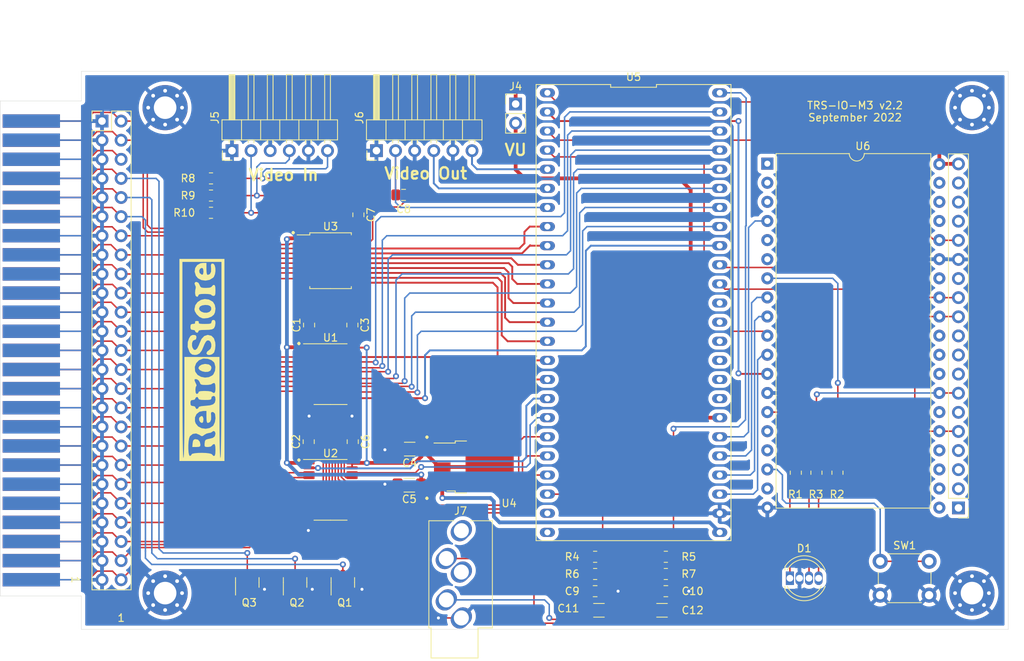
<source format=kicad_pcb>
(kicad_pcb (version 20211014) (generator pcbnew)
  (layers (0 "F.Cu" signal) (31 "B.Cu" signal) (34 "B.Paste" user) (35 "F.Paste" user) (36 "B.SilkS" user "B.Silkscreen") (37 "F.SilkS" user "F.Silkscreen") (38 "B.Mask" user) (39 "F.Mask" user) (44 "Edge.Cuts" user))
  (net 0 "")
  (net 1 "+5V")
  (net 2 "GND")
  (net 3 "+3V3")
  (net 4 "VIDEO_O")
  (net 5 "_IN")
  (net 6 "_OUT")
  (net 7 "_RESET")
  (net 8 "_IOINT")
  (net 9 "_IOWAIT")
  (net 10 "_EXTIOSEL")
  (net 11 "NC")
  (net 12 "_M1")
  (net 13 "_IORQ")
  (net 19 "A2D5")
  (net 20 "D4")
  (net 21 "A0D7")
  (net 22 "D7")
  (net 23 "A1D6")
  (net 24 "D1")
  (net 26 "D6")
  (net 27 "A0")
  (net 28 "D3")
  (net 29 "A1")
  (net 30 "D5")
  (net 31 "D0")
  (net 32 "A4")
  (net 33 "D2")
  (net 35 "A3")
  (net 36 "A5")
  (net 37 "A7")
  (net 38 "A6")
  (net 40 "A2")
  (net 41 "WAIT")
  (net 42 "+1V8")
  (net 43 "VIDEO")
  (net 44 "VSYNC")
  (net 45 "HSYNC")
  (net 46 "VSYNC_O")
  (net 47 "ESP_S0")
  (net 48 "ESP_S1")
  (net 49 "SCK")
  (net 50 "MOSI")
  (net 51 "HSYNC_O")
  (net 52 "EXTIOSEL")
  (net 53 "A3D4")
  (net 54 "A4D3")
  (net 55 "A5D2")
  (net 56 "READ_N")
  (net 57 "MISO")
  (net 58 "A6D1")
  (net 59 "A7D0")
  (net 60 "ABUS_SEL_N")
  (net 61 "_INX")
  (net 62 "_OUTX")
  (net 63 "_RESETX")
  (net 64 "_M1X")
  (net 65 "_IORQX")
  (net 66 "HSYNCX")
  (net 67 "VSYNCX")
  (net 76 "DBUS_SEL_N")
  (net 77 "BUTTON")
  (net 78 "LED_GREEN")
  (net 79 "LED_BLUE")
  (net 80 "LED_RED")
  (net 81 "Net-(D1-Pad4)")
  (net 82 "Net-(D1-Pad3)")
  (net 83 "Net-(D1-Pad1)")
  (net 85 "CS_SD_CARD")
  (net 87 "VU")
  (net 88 "VIDEOX")
  (net 89 "INT")
  (net 90 "DONE")
  (net 92 "CS_FPGA")
  (net 93 "ESP_S2")
  (net 96 "REQ")
  (net 101 "Net-(C11-Pad2)")
  (net 104 "Net-(C10-Pad1)")
  (net 110 "Net-(C11-Pad1)")
  (net 111 "Net-(C12-Pad1)")
  (net 112 "CASS_OUT_LEFT")
  (net 113 "CASS_OUT_RIGHT")
  (footprint "MountingHole:MountingHole_3mm_Pad_Via" (layer "F.Cu") (at 124.714 60.96)
    (fp_text reference "H1" hide)
    (fp_text value "MountingHole_Pad")
  )
  (footprint "MountingHole:MountingHole_3mm_Pad_Via" (layer "F.Cu") (at 231.95 60.96)
    (fp_text reference "H2" hide)
    (fp_text value "MountingHole_Pad")
  )
  (footprint "MountingHole:MountingHole_3mm_Pad_Via" (layer "F.Cu") (at 124.714 125.476)
    (fp_text reference "H3" hide)
    (fp_text value "MountingHole_Pad")
  )
  (footprint "MountingHole:MountingHole_3mm_Pad_Via" (layer "F.Cu") (at 231.95 125.476)
    (fp_text reference "H4" hide)
    (fp_text value "MountingHole_Pad")
  )
  (footprint "Resistor_SMD:R_0805_2012Metric_Pad1.20x1.40mm_HandSolder" (layer "F.Cu") (at 130.81 72.644 180)
    (fp_text reference "R9")
    (fp_text value "10K")
  )
  (footprint "Resistor_SMD:R_0805_2012Metric_Pad1.20x1.40mm_HandSolder" (layer "F.Cu") (at 130.81 70.358 180)
    (fp_text reference "R8")
    (fp_text value "10K")
  )
  (footprint "Resistor_SMD:R_0805_2012Metric_Pad1.20x1.40mm_HandSolder" (layer "F.Cu") (at 208.534 109.474 -90)
    (fp_text reference "R1")
    (fp_text value "100")
  )
  (footprint "Resistor_SMD:R_0805_2012Metric_Pad1.20x1.40mm_HandSolder" (layer "F.Cu") (at 214.068 109.474 -90)
    (fp_text reference "R2")
    (fp_text value "100")
  )
  (footprint "Connector_PinHeader_2.54mm:PinHeader_1x06_P2.54mm_Horizontal" (layer "F.Cu") (at 133.6 66.675 90)
    (fp_text reference "J5")
    (fp_text value "Conn_01x06_Male")
  )
  (footprint "Capacitor_SMD:C_0805_2012Metric_Pad1.18x1.45mm_HandSolder" (layer "F.Cu") (at 149.65 105.35 -90)
    (fp_text reference "C6")
    (fp_text value "0.1uF")
  )
  (footprint "TRS-IO-M1:DIP-48_W22.9mm" (layer "F.Cu") (at 186.97 88.195 -90)
    (fp_text reference "U5")
    (fp_text value "Tango_Nano_9K")
  )
  (footprint "Capacitor_SMD:C_0805_2012Metric_Pad1.18x1.45mm_HandSolder" (layer "F.Cu") (at 143.85 89.85 90)
    (fp_text reference "C1")
    (fp_text value "0.1uF")
  )
  (footprint "Capacitor_SMD:C_0805_2012Metric_Pad1.18x1.45mm_HandSolder" (layer "F.Cu") (at 150.4 75.2 -90)
    (fp_text reference "C7")
    (fp_text value "0.1uF")
  )
  (footprint "Package_TO_SOT_SMD:TO-252-3_TabPin2" (layer "F.Cu") (at 165.744 108.713)
    (fp_text reference "U4")
    (fp_text value "LD1117DT18TR")
  )
  (footprint "Package_SO:TSSOP-24_4.4x7.8mm_P0.65mm" (layer "F.Cu") (at 146.7 111.75)
    (fp_text reference "U2")
    (fp_text value "SN74LVCH8T245")
  )
  (footprint "Capacitor_SMD:C_0805_2012Metric_Pad1.18x1.45mm_HandSolder" (layer "F.Cu") (at 149.6 89.85 -90)
    (fp_text reference "C3")
    (fp_text value "0.1uF")
  )
  (footprint "TRS-IO-M3:Jack_3.5mm_CUI_SJ1-3535NG_Horizontal_CircularHoles" (layer "F.Cu") (at 164.084 128.778 180)
    (fp_text reference "J7")
    (fp_text value "AudioJack3")
  )
  (footprint "Package_TO_SOT_SMD:SOT-23" (layer "F.Cu") (at 141.986 124.06 90)
    (fp_text reference "Q2")
    (fp_text value "2N7002")
  )
  (footprint "Resistor_SMD:R_0805_2012Metric_Pad1.20x1.40mm_HandSolder" (layer "F.Cu") (at 191.262 122.936)
    (fp_text reference "R7")
    (fp_text value "150R")
  )
  (footprint "Capacitor_SMD:C_1206_3216Metric_Pad1.33x1.80mm_HandSolder" (layer "F.Cu") (at 157.219 106.338 180)
    (fp_text reference "C4")
    (fp_text value "10u")
  )
  (footprint "Connector_PinHeader_2.54mm:PinHeader_1x02_P2.54mm_Vertical" (layer "F.Cu") (at 171.3 60.475)
    (fp_text reference "J4")
    (fp_text value "Conn_01x02_Male")
  )
  (footprint "Capacitor_SMD:C_1206_3216Metric_Pad1.33x1.80mm_HandSolder" (layer "F.Cu") (at 190.754 127.762 180)
    (fp_text reference "C12")
    (fp_text value "10U")
  )
  (footprint "TRS-IO-M1:DIP-38_W22.9mm" (layer "F.Cu") (at 204.75 68.4)
    (fp_text reference "U6")
    (fp_text value "HiLetgo-ESP-32S")
  )
  (footprint "Capacitor_SMD:C_0805_2012Metric_Pad1.18x1.45mm_HandSolder" (layer "F.Cu") (at 181.864 125.222)
    (fp_text reference "C9")
    (fp_text value "100N")
  )
  (footprint "TRS-IO:EDGE50" (layer "F.Cu") (at 106.934 84.963 -90)
    (fp_text reference "J1" hide)
    (fp_text value "Conn_02x25_Odd_Even")
  )
  (footprint "Package_TO_SOT_SMD:SOT-23" (layer "F.Cu") (at 148.336 124.06 90)
    (fp_text reference "Q1")
    (fp_text value "2N7002")
  )
  (footprint "LOGO" (layer "F.Cu") (at 129.54 94.488 90)
    (fp_text reference "G1" hide)
    (fp_text value "LOGO" hide)
  )
  (footprint "Connector_PinHeader_2.54mm:PinHeader_1x06_P2.54mm_Horizontal" (layer "F.Cu") (at 152.8 66.675 90)
    (fp_text reference "J6")
    (fp_text value "Conn_01x06_Male")
  )
  (footprint "Resistor_SMD:R_0805_2012Metric_Pad1.20x1.40mm_HandSolder" (layer "F.Cu") (at 211.274 109.474 -90)
    (fp_text reference "R3")
    (fp_text value "100")
  )
  (footprint "Capacitor_SMD:C_0805_2012Metric_Pad1.18x1.45mm_HandSolder" (layer "F.Cu") (at 191.262 125.222)
    (fp_text reference "C10")
    (fp_text value "100N")
  )
  (footprint "Resistor_SMD:R_0805_2012Metric_Pad1.20x1.40mm_HandSolder" (layer "F.Cu") (at 181.864 120.65)
    (fp_text reference "R4")
    (fp_text value "270R")
  )
  (footprint "Resistor_SMD:R_0805_2012Metric_Pad1.20x1.40mm_HandSolder" (layer "F.Cu") (at 181.864 122.936)
    (fp_text reference "R6")
    (fp_text value "150R")
  )
  (footprint "LED_THT:LED_D5.0mm-4_RGB" (layer "F.Cu") (at 207.75 123.5)
    (fp_text reference "D1")
    (fp_text value "LED_RCBG")
  )
  (footprint "Resistor_SMD:R_0805_2012Metric_Pad1.20x1.40mm_HandSolder" (layer "F.Cu") (at 191.262 120.65)
    (fp_text reference "R5")
    (fp_text value "270R")
  )
  (footprint "TRS-IO:Pin_Header_Straight_2x25_Pitch2.54mm" (layer "F.Cu") (at 116.327 62.743)
    (fp_text reference "J2" hide)
    (fp_text value "Conn_02x25_Odd_Even")
  )
  (footprint "Capacitor_SMD:C_1206_3216Metric_Pad1.33x1.80mm_HandSolder" (layer "F.Cu") (at 182.372 127.762 180)
    (fp_text reference "C11")
    (fp_text value "10U")
  )
  (footprint "Capacitor_SMD:C_0805_2012Metric_Pad1.18x1.45mm_HandSolder" (layer "F.Cu") (at 143.8 105.35 90)
    (fp_text reference "C2")
    (fp_text value "0.1uF")
  )
  (footprint "Button_Switch_THT:SW_PUSH_6mm_H9.5mm" (layer "F.Cu") (at 226.25 125.75 180)
    (fp_text reference "SW1")
    (fp_text value "SW_Push")
  )
  (footprint "Package_SO:TSSOP-24_4.4x7.8mm_P0.65mm" (layer "F.Cu") (at 146.7 96.375)
    (fp_text reference "U1")
    (fp_text value "SN74LVCH8T245")
  )
  (footprint "Capacitor_SMD:C_1206_3216Metric_Pad1.33x1.80mm_HandSolder" (layer "F.Cu") (at 157.169 111.138 180)
    (fp_text reference "C5")
    (fp_text value "100u")
  )
  (footprint "Capacitor_SMD:C_0805_2012Metric_Pad1.18x1.45mm_HandSolder" (layer "F.Cu") (at 156.4125 72.55)
    (fp_text reference "C8")
    (fp_text value "100")
  )
  (footprint "Package_SO:SSOP-20_5.3x7.2mm_P0.65mm" (layer "F.Cu") (at 146.7 81.3)
    (fp_text reference "U3")
    (fp_text value "74LVC245")
  )
  (footprint "Connector_PinHeader_2.54mm:PinHeader_1x19_P2.54mm_Vertical" (layer "F.Cu") (at 230.15 114.15 180)
    (fp_text reference "J3" hide)
    (fp_text value "Conn_01x19")
  )
  (footprint "Resistor_SMD:R_0805_2012Metric_Pad1.20x1.40mm_HandSolder" (layer "F.Cu") (at 130.81 74.93 180)
    (fp_text reference "R10")
    (fp_text value "10K")
  )
  (footprint "Package_TO_SOT_SMD:SOT-23" (layer "F.Cu") (at 135.636 124.06 90)
    (fp_text reference "Q3")
    (fp_text value "2N7002")
  )
  (gr_line (start 113.5888 130.302) (end 236.776 130.302) (layer "Edge.Cuts") (width 0.05))
  (gr_line (start 102.7938 125.857) (end 102.7938 60.071) (layer "Edge.Cuts") (width 0.05))
  (gr_line (start 113.5889 60.071) (end 113.5889 56.134) (layer "Edge.Cuts") (width 0.05))
  (gr_line (start 236.776 56.134) (end 236.776 130.302) (layer "Edge.Cuts") (width 0.05))
  (gr_line (start 113.589 56.134) (end 236.776 56.134) (layer "Edge.Cuts") (width 0.05))
  (gr_line (start 113.5888 125.857) (end 113.5888 130.302) (layer "Edge.Cuts") (width 0.05))
  (gr_line (start 102.7938 125.857) (end 113.5888 125.857) (layer "Edge.Cuts") (width 0.05))
  (gr_line (start 102.7938 60.071) (end 113.5888 60.071) (layer "Edge.Cuts") (width 0.05))
  (gr_text "1" (at 112.776 123.698 270) (layer "F.SilkS") (effects (font (size 1 1))))
  (gr_text "." (at 142.494 91.694) (layer "F.SilkS") (effects (font (size 1.5 1.5) (thickness 0.3)) (justify mirror)))
  (gr_text "." (at 141.732 76.962) (layer "F.SilkS") (effects (font (size 1.5 1.5) (thickness 0.3)) (justify mirror)))
  (gr_text "." (at 159.506757 112.268) (layer "F.SilkS") (effects (font (size 1.5 1.5) (thickness 0.3)) (justify mirror)))
  (gr_text "." (at 142.494 107.188) (layer "F.SilkS") (effects (font (size 1.5 1.5) (thickness 0.3)) (justify mirror)))
  (gr_text "Video Out" (at 159.35 69.7) (layer "F.SilkS") (effects (font (size 1.5 1.5) (thickness 0.3))))
  (gr_text "TRS-IO-M3 v2.2\nSeptember 2022" (at 216.408 61.468) (layer "F.SilkS") (effects (font (size 1 1))))
  (gr_text "Video In" (at 140.45 69.9) (layer "F.SilkS") (effects (font (size 1.5 1.5) (thickness 0.3))))
  (gr_text "1" (at 118.872 128.778) (layer "F.SilkS") (effects (font (size 1 1))))
  (gr_text "." (at 159.512 104.14) (layer "F.SilkS") (effects (font (size 1.5 1.5) (thickness 0.3)) (justify mirror)))
  (gr_text "VU" (at 171.3 66.571) (layer "F.SilkS") (effects (font (size 1.5 1.5) (thickness 0.3))))
  (segment (start 171.3 60.475) (end 171.3 58.57) (width 0.50038) (layer "F.Cu") (net 1))
  (segment (start 230.15 68.43) (end 227.6435 68.43) (width 0.50038) (layer "F.Cu") (net 1))
  (segment (start 226.06 57.404) (end 227.61 58.954) (width 0.50038) (layer "F.Cu") (net 1))
  (segment (start 172.466 57.404) (end 226.06 57.404) (width 0.50038) (layer "F.Cu") (net 1))
  (segment (start 227.6435 68.43) (end 227.61 68.4635) (width 0.50038) (layer "F.Cu") (net 1))
  (segment (start 171.3 58.57) (end 172.466 57.404) (width 0.50038) (layer "F.Cu") (net 1))
  (segment (start 227.61 58.954) (end 227.61 68.4635) (width 0.50038) (layer "F.Cu") (net 1))
  (segment (start 192.262 125.1845) (end 192.2995 125.222) (width 0.2) (layer "F.Cu") (net 2))
  (segment (start 149.5625 101.9375) (end 149.55 101.95) (width 0.2) (layer "F.Cu") (net 2))
  (segment (start 149.5625 99.95) (end 149.5625 101.9375) (width 0.2) (layer "F.Cu") (net 2))
  (segment (start 143.8 104.3125) (end 143.8 102) (width 0.2) (layer "F.Cu") (net 2))
  (segment (start 130.429 66.675) (end 133.6 66.675) (width 0.2) (layer "F.Cu") (net 2))
  (segment (start 155.956 104.394) (end 155.6565 104.6935) (width 0.2) (layer "F.Cu") (net 2))
  (segment (start 150.4 74.1625) (end 155.8375 74.1625) (width 0.2) (layer "F.Cu") (net 2))
  (segment (start 129.81 70.358) (end 129.81 67.294) (width 0.2) (layer "F.Cu") (net 2))
  (segment (start 145.425 84.225) (end 143.2 84.225) (width 0.2) (layer "F.Cu") (net 2))
  (segment (start 143.8375 115.325) (end 149.5625 115.325) (width 0.2) (layer "F.Cu") (net 2))
  (segment (start 146.65 79.65) (end 146.65 83) (width 0.2) (layer "F.Cu") (net 2))
  (segment (start 144.2425 124.9975) (end 144.272 124.968) (width 0.2) (layer "F.Cu") (net 2))
  (segment (start 129.81 72.644) (end 129.81 74.93) (width 0.2) (layer "F.Cu") (net 2))
  (segment (start 155.6565 106.338) (end 154.012 106.338) (width 0.2) (layer "F.Cu") (net 2))
  (segment (start 164.084 128.778) (end 161.036 128.778) (width 0.2) (layer "F.Cu") (net 2))
  (segment (start 143.8375 99.3) (end 143.8375 99.95) (width 0.2) (layer "F.Cu") (net 2))
  (segment (start 143.8375 101.9375) (end 143.85 101.95) (width 0.2) (layer "F.Cu") (net 2))
  (segment (start 154.064 111.138) (end 153.924 110.998) (width 0.2) (layer "F.Cu") (net 2))
  (segment (start 129.81 70.358) (end 129.81 72.644) (width 0.2) (layer "F.Cu") (net 2))
  (segment (start 143.2 88.1625) (end 143.85 88.8125) (width 0.2) (layer "F.Cu") (net 2))
  (segment (start 149.65 104.3125) (end 149.65 102.05) (width 0.2) (layer "F.Cu") (net 2))
  (segment (start 143.8375 117.0625) (end 143.75 117.15) (width 0.2) (layer "F.Cu") (net 2))
  (segment (start 155.6065 111.138) (end 154.064 111.138) (width 0.2) (layer "F.Cu") (net 2))
  (segment (start 192.262 122.936) (end 192.262 125.1845) (width 0.2) (layer "F.Cu") (net 2))
  (segment (start 182.864 122.936) (end 182.864 125.1845) (width 0.2) (layer "F.Cu") (net 2))
  (segment (start 161.29 104.394) (end 155.956 104.394) (width 0.2) (layer "F.Cu") (net 2))
  (segment (start 136.586 124.9975) (end 137.8925 124.9975) (width 0.2) (layer "F.Cu") (net 2))
  (segment (start 192.2995 125.222) (end 194.31 125.222) (width 0.2) (layer "F.Cu") (net 2))
  (segment (start 151.725 79.025) (end 152.3 78.45) (width 0.2) (layer "F.Cu") (net 2))
  (segment (start 182.9015 125.222) (end 184.912 125.222) (width 0.2) (layer "F.Cu") (net 2))
  (segment (start 157.88 72.12) (end 157.88 66.675) (width 0.2) (layer "F.Cu") (net 2))
  (segment (start 182.864 125.1845) (end 182.9015 125.222) (width 0.2) (layer "F.Cu") (net 2))
  (segment (start 143.8 102) (end 143.85 101.95) (width 0.2) (layer "F.Cu") (net 2))
  (segment (start 150.2 79.025) (end 147.275 79.025) (width 0.2) (layer "F.Cu") (net 2))
  (segment (start 149.65 102.05) (end 149.55 101.95) (width 0.2) (layer "F.Cu") (net 2))
  (segment (start 142.936 124.9975) (end 144.2425 124.9975) (width 0.2) (layer "F.Cu") (net 2))
  (segment (start 149.6 88.8125) (end 143.85 88.8125) (width 0.2) (layer "F.Cu") (net 2))
  (segment (start 155.6375 115.5) (end 155.6375 110.75) (width 0.2) (layer "F.Cu") (net 2))
  (segment (start 155.8375 74.1625) (end 157.45 72.55) (width 0.2) (layer "F.Cu") (net 2))
  (segment (start 137.8925 124.9975) (end 137.922 124.968) (width 0.2) (layer "F.Cu") (net 2))
  (segment (start 150.8465 124.9975) (end 150.876 124.968) (width 0.2) (layer "F.Cu") (net 2))
  (segment (start 146.65 83) (end 145.425 84.225) (width 0.2) (layer "F.Cu") (net 2))
  (segment (start 129.81 67.294) (end 130.429 66.675) (width 0.2) (layer "F.Cu") (net 2))
  (segment (start 143.8375 114.675) (end 143.8375 115.325) (width 0.2) (layer "F.Cu") (net 2))
  (segment (start 155.6565 104.6935) (end 155.6565 106.338) (width 0.2) (layer "F.Cu") (net 2))
  (segment (start 155.6375 115.5) (end 149.7375 115.5) (width 0.2) (layer "F.Cu") (net 2))
  (segment (start 143.8375 115.325) (end 143.8375 117.0625) (width 0.2) (layer "F.Cu") (net 2))
  (segment (start 152.3 74.8) (end 151.6625 74.1625) (width 0.2) (layer "F.Cu") (net 2))
  (segment (start 157.45 72.55) (end 157.88 72.12) (width 0.2) (layer "F.Cu") (net 2))
  (segment (start 149.286 124.9975) (end 150.8465 124.9975) (width 0.2) (layer "F.Cu") (net 2))
  (segment (start 161.544 106.433) (end 161.544 104.648) (width 0.2) (layer "F.Cu") (net 2))
  (segment (start 152.3 78.45) (end 152.3 74.8) (width 0.2) (layer "F.Cu") (net 2))
  (segment (start 149.7375 115.5) (end 149.5625 115.325) (width 0.2) (layer "F.Cu") (net 2))
  (segment (start 147.275 79.025) (end 146.65 79.65) (width 0.2) (layer "F.Cu") (net 2))
  (segment (start 161.544 104.648) (end 161.29 104.394) (width 0.2) (layer "F.Cu") (net 2))
  (segment (start 143.8375 99.95) (end 143.8375 101.9375) (width 0.2) (layer "F.Cu") (net 2))
  (segment (start 143.2 84.225) (end 143.2 88.1625) (width 0.2) (layer "F.Cu") (net 2))
  (segment (start 150.2 79.025) (end 151.725 79.025) (width 0.2) (layer "F.Cu") (net 2))
  (segment (start 154.012 106.338) (end 153.924 106.426) (width 0.2) (layer "F.Cu") (net 2))
  (segment (start 151.6625 74.1625) (end 150.4 74.1625) (width 0.2) (layer "F.Cu") (net 2))
  (via (at 150.876 124.968) (size 0.8) (drill 0.4) (layers "F.Cu" "B.Cu") (net 2))
  (via (at 149.55 101.95) (size 0.8) (drill 0.4) (layers "F.Cu" "B.Cu") (net 2))
  (via (at 184.912 125.222) (size 0.8) (drill 0.4) (layers "F.Cu" "B.Cu") (net 2))
  (via (at 137.922 124.968) (size 0.8) (drill 0.4) (layers "F.Cu" "B.Cu") (net 2))
  (via (at 143.75 117.15) (size 0.8) (drill 0.4) (layers "F.Cu" "B.Cu") (net 2))
  (via (at 153.924 110.998) (size 0.8) (drill 0.4) (layers "F.Cu" "B.Cu") (net 2))
  (via (at 161.036 128.778) (size 0.8) (drill 0.4) (layers "F.Cu" "B.Cu") (net 2))
  (via (at 153.924 106.426) (size 0.8) (drill 0.4) (layers "F.Cu" "B.Cu") (net 2))
  (via (at 144.272 124.968) (size 0.8) (drill 0.4) (layers "F.Cu" "B.Cu") (net 2))
  (via (at 194.31 125.222) (size 0.8) (drill 0.4) (layers "F.Cu" "B.Cu") (net 2))
  (via (at 143.85 101.95) (size 0.8) (drill 0.4) (layers "F.Cu" "B.Cu") (net 2))
  (segment (start 116.322 88.138) (end 116.327 88.143) (width 0.2) (layer "B.Cu") (net 2))
  (segment (start 106.934 77.978) (end 116.322 77.978) (width 0.2) (layer "B.Cu") (net 2))
  (segment (start 106.934 93.218) (end 116.322 93.218) (width 0.2) (layer "B.Cu") (net 2))
  (segment (start 106.934 80.518) (end 116.322 80.518) (width 0.2) (layer "B.Cu") (net 2))
  (segment (start 116.322 98.298) (end 116.327 98.303) (width 0.2) (layer "B.Cu") (net 2))
  (segment (start 106.934 95.758) (end 116.322 95.758) (width 0.2) (layer "B.Cu") (net 2))
  (segment (start 106.934 113.538) (end 116.322 113.538) (width 0.2) (layer "B.Cu") (net 2))
  (segment (start 116.322 123.698) (end 116.327 123.703) (width 0.2) (layer "B.Cu") (net 2))
  (segment (start 116.322 108.458) (end 116.327 108.463) (width 0.2) (layer "B.Cu") (net 2))
  (segment (start 106.934 65.278) (end 116.322 65.278) (width 0.2) (layer "B.Cu") (net 2))
  (segment (start 106.934 72.898) (end 116.322 72.898) (width 0.2) (layer "B.Cu") (net 2))
  (segment (start 116.322 105.918) (end 116.327 105.923) (width 0.2) (layer "B.Cu") (net 2))
  (segment (start 106.934 98.298) (end 116.322 98.298) (width 0.2) (layer "B.Cu") (net 2))
  (segment (start 106.934 62.738) (end 116.322 62.738) (width 0.2) (layer "B.Cu") (net 2))
  (segment (start 106.934 83.058) (end 116.322 83.058) (width 0.2) (layer "B.Cu") (net 2))
  (segment (start 106.934 75.438) (end 116.322 75.438) (width 0.2) (layer "B.Cu") (net 2))
  (segment (start 106.934 67.818) (end 116.322 67.818) (width 0.2) (layer "B.Cu") (net 2))
  (segment (start 116.322 85.598) (end 116.327 85.603) (width 0.2) (layer "B.Cu") (net 2))
  (segment (start 116.322 118.618) (end 116.327 118.623) (width 0.2) (layer "B.Cu") (net 2))
  (segment (start 116.322 67.818) (end 116.327 67.823) (width 0.2) (layer "B.Cu") (net 2))
  (segment (start 116.322 72.898) (end 116.327 72.903) (width 0.2) (layer "B.Cu") (net 2))
  (segment (start 106.934 108.458) (end 116.322 108.458) (width 0.2) (layer "B.Cu") (net 2))
  (segment (start 116.322 80.518) (end 116.327 80.523) (width 0.2) (layer "B.Cu") (net 2))
  (segment (start 106.934 103.378) (end 116.322 103.378) (width 0.2) (layer "B.Cu") (net 2))
  (segment (start 116.322 83.058) (end 116.327 83.063) (width 0.2) (layer "B.Cu") (net 2))
  (segment (start 106.934 88.138) (end 116.322 88.138) (width 0.2) (layer "B.Cu") (net 2))
  (segment (start 106.934 118.618) (end 116.322 118.618) (width 0.2) (layer "B.Cu") (net 2))
  (segment (start 116.322 121.158) (end 116.327 121.163) (width 0.2) (layer "B.Cu") (net 2))
  (segment (start 116.322 110.998) (end 116.327 111.003) (width 0.2) (layer "B.Cu") (net 2))
  (segment (start 106.934 105.918) (end 116.322 105.918) (width 0.2) (layer "B.Cu") (net 2))
  (segment (start 116.322 65.278) (end 116.327 65.283) (width 0.2) (layer "B.Cu") (net 2))
  (segment (start 116.322 113.538) (end 116.327 113.543) (width 0.2) (layer "B.Cu") (net 2))
  (segment (start 106.934 123.698) (end 116.322 123.698) (width 0.2) (layer "B.Cu") (net 2))
  (segment (start 116.322 116.078) (end 116.327 116.083) (width 0.2) (layer "B.Cu") (net 2))
  (segment (start 116.322 75.438) (end 116.327 75.443) (width 0.2) (layer "B.Cu") (net 2))
  (segment (start 116.322 103.378) (end 116.327 103.383) (width 0.2) (layer "B.Cu") (net 2))
  (segment (start 106.934 100.838) (end 116.322 100.838) (width 0.2) (layer "B.Cu") (net 2))
  (segment (start 116.322 100.838) (end 116.327 100.843) (width 0.2) (layer "B.Cu") (net 2))
  (segment (start 106.934 85.598) (end 116.322 85.598) (width 0.2) (layer "B.Cu") (net 2))
  (segment (start 116.322 90.678) (end 116.327 90.683) (width 0.2) (layer "B.Cu") (net 2))
  (segment (start 106.934 116.078) (end 116.322 116.078) (width 0.2) (layer "B.Cu") (net 2))
  (segment (start 116.322 93.218) (end 116.327 93.223) (width 0.2) (layer "B.Cu") (net 2))
  (segment (start 116.322 70.358) (end 116.327 70.363) (width 0.2) (layer "B.Cu") (net 2))
  (segment (start 106.934 90.678) (end 116.322 90.678) (width 0.2) (layer "B.Cu") (net 2))
  (segment (start 116.322 62.738) (end 116.327 62.743) (width 0.2) (layer "B.Cu") (net 2))
  (segment (start 116.322 95.758) (end 116.327 95.763) (width 0.2) (layer "B.Cu") (net 2))
  (segment (start 116.322 77.978) (end 116.327 77.983) (width 0.2) (layer "B.Cu") (net 2))
  (segment (start 106.934 70.358) (end 116.322 70.358) (width 0.2) (layer "B.Cu") (net 2))
  (segment (start 106.934 110.998) (end 116.322 110.998) (width 0.2) (layer "B.Cu") (net 2))
  (segment (start 106.934 121.158) (end 116.322 121.158) (width 0.2) (layer "B.Cu") (net 2))
  (segment (start 143.8375 92.8) (end 143.8375 93.45) (width 0.50038) (layer "F.Cu") (net 3))
  (segment (start 150.4 78.175) (end 150.25019 78.32481) (width 0.50038) (layer "F.Cu") (net 3))
  (segment (start 150.4 76.2375) (end 150.4 78.175) (width 0.50038) (layer "F.Cu") (net 3))
  (segment (start 143.85 92.7875) (end 143.8375 92.8) (width 0.50038) (layer "F.Cu") (net 3))
  (segment (start 140.9 78.45) (end 141.02519 78.32481) (width 0.50038) (layer "F.Cu") (net 3))
  (segment (start 161.544 110.993) (end 158.8765 110.993) (width 0.50038) (layer "F.Cu") (net 3))
  (segment (start 140.925 108.175) (end 140.9 108.15) (width 0.50038) (layer "F.Cu") (net 3))
  (segment (start 158.75 111.1195) (end 158.7315 111.138) (width 0.50038) (layer "F.Cu") (net 3))
  (segment (start 141.02519 78.32481) (end 143.14981 78.32481) (width 0.50038) (layer "F.Cu") (net 3))
  (segment (start 143.85 90.8875) (end 143.85 92.7875) (width 0.50038) (layer "F.Cu") (net 3))
  (segment (start 143.8 108.1375) (end 143.8375 108.175) (width 0.50038) (layer "F.Cu") (net 3))
  (segment (start 158.75 109.728) (end 158.75 111.1195) (width 0.50038) (layer "F.Cu") (net 3))
  (segment (start 150.2 78.375) (end 143.2 78.375) (width 0.2) (layer "F.Cu") (net 3))
  (segment (start 143.8375 108.175) (end 140.925 108.175) (width 0.50038) (layer "F.Cu") (net 3))
  (segment (start 150.25019 78.32481) (end 150.2 78.32481) (width 0.50038) (layer "F.Cu") (net 3))
  (segment (start 143.8 106.3875) (end 143.8 108.1375) (width 0.50038) (layer "F.Cu") (net 3))
  (segment (start 161.544 110.993) (end 161.544 112.813) (width 0.50038) (layer "F.Cu") (net 3))
  (segment (start 143.8375 92.8) (end 140.9 92.8) (width 0.50038) (layer "F.Cu") (net 3))
  (via (at 158.75 109.728) (size 0.8) (drill 0.4) (layers "F.Cu" "B.Cu") (net 3))
  (via (at 140.9 78.45) (size 0.8) (drill 0.4) (layers "F.Cu" "B.Cu") (net 3))
  (via (at 140.9 92.8) (size 0.8) (drill 0.4) (layers "F.Cu" "B.Cu") (net 3))
  (via (at 140.9 108.15) (size 0.8) (drill 0.4) (layers "F.Cu" "B.Cu") (net 3))
  (via (at 161.569 112.838) (size 0.8) (drill 0.4) (layers "F.Cu" "B.Cu") (net 3))
  (segment (start 197.093 116.078) (end 169.164 116.078) (width 0.50038) (layer "B.Cu") (net 3))
  (segment (start 167.956 112.838) (end 161.569 112.838) (width 0.50038) (layer "B.Cu") (net 3))
  (segment (start 169.164 116.078) (end 168.402 115.316) (width 0.50038) (layer "B.Cu") (net 3))
  (segment (start 168.402 115.316) (end 168.402 113.284) (width 0.50038) (layer "B.Cu") (net 3))
  (segment (start 198.42 117.405) (end 197.093 116.078) (width 0.50038) (layer "B.Cu") (net 3))
  (segment (start 142.478 109.728) (end 142.494 109.728) (width 0.50038) (layer "B.Cu") (net 3))
  (segment (start 168.402 113.284) (end 167.956 112.838) (width 0.50038) (layer "B.Cu") (net 3))
  (segment (start 140.9 92.8) (end 140.9 78.45) (width 0.50038) (layer "B.Cu") (net 3))
  (segment (start 142.494 109.728) (end 158.75 109.728) (width 0.50038) (layer "B.Cu") (net 3))
  (segment (start 140.9 108.15) (end 142.478 109.728) (width 0.50038) (layer "B.Cu") (net 3))
  (segment (start 140.9 108.15) (end 140.9 92.8) (width 0.50038) (layer "B.Cu") (net 3))
  (segment (start 155.34 72.515) (end 155.34 66.675) (width 0.2) (layer "F.Cu") (net 4))
  (segment (start 155.375 72.55) (end 155.34 72.515) (width 0.2) (layer "F.Cu") (net 4))
  (segment (start 156.013 74.225) (end 175.52 74.225) (width 0.2) (layer "B.Cu") (net 4))
  (segment (start 155.34 66.675) (end 155.34 73.552) (width 0.2) (layer "B.Cu") (net 4))
  (segment (start 155.34 73.552) (end 156.013 74.225) (width 0.2) (layer "B.Cu") (net 4))
  (segment (start 117.637367 81.833367) (end 118.867 83.063) (width 0.2) (layer "F.Cu") (net 5))
  (segment (start 134.963 83.063) (end 135.575 83.675) (width 0.2) (layer "F.Cu") (net 5))
  (segment (start 106.934 83.058) (end 114.558 83.058) (width 0.2) (layer "F.Cu") (net 5))
  (segment (start 114.558 83.058) (end 115.782633 81.833367) (width 0.2) (layer "F.Cu") (net 5))
  (segment (start 118.867 83.063) (end 134.963 83.063) (width 0.2) (layer "F.Cu") (net 5))
  (segment (start 135.575 83.675) (end 142.925 83.675) (width 0.2) (layer "F.Cu") (net 5))
  (segment (start 115.782633 81.833367) (end 117.637367 81.833367) (width 0.2) (layer "F.Cu") (net 5))
  (segment (start 136.125 82.925) (end 143.2 82.925) (width 0.2) (layer "F.Cu") (net 6))
  (segment (start 106.934 80.518) (end 114.532 80.518) (width 0.2) (layer "F.Cu") (net 6))
  (segment (start 117.507367 79.163367) (end 118.867 80.523) (width 0.2) (layer "F.Cu") (net 6))
  (segment (start 118.867 80.523) (end 134.973 80.523) (width 0.2) (layer "F.Cu") (net 6))
  (segment (start 114.532 80.518) (end 115.886633 79.163367) (width 0.2) (layer "F.Cu") (net 6))
  (segment (start 134.973 80.523) (end 135.5 81.05) (width 0.2) (layer "F.Cu") (net 6))
  (segment (start 135.5 81.05) (end 135.5 82.3) (width 0.2) (layer "F.Cu") (net 6))
  (segment (start 135.5 82.3) (end 136.125 82.925) (width 0.2) (layer "F.Cu") (net 6))
  (segment (start 115.886633 79.163367) (end 117.507367 79.163367) (width 0.2) (layer "F.Cu") (net 6))
  (segment (start 114.522 77.978) (end 115.706633 76.793367) (width 0.2) (layer "F.Cu") (net 7))
  (segment (start 117.677367 76.793367) (end 118.867 77.983) (width 0.2) (layer "F.Cu") (net 7))
  (segment (start 118.867 77.983) (end 135.36 77.983) (width 0.2) (layer "F.Cu") (net 7))
  (segment (start 135.9 78.523) (end 135.9 81.65) (width 0.2) (layer "F.Cu") (net 7))
  (segment (start 115.706633 76.793367) (end 117.677367 76.793367) (width 0.2) (layer "F.Cu") (net 7))
  (segment (start 136.525 82.275) (end 143.2 82.275) (width 0.2) (layer "F.Cu") (net 7))
  (segment (start 135.36 77.983) (end 135.9 78.523) (width 0.2) (layer "F.Cu") (net 7))
  (segment (start 135.9 81.65) (end 136.525 82.275) (width 0.2) (layer "F.Cu") (net 7))
  (segment (start 106.934 77.978) (end 114.522 77.978) (width 0.2) (layer "F.Cu") (net 7))
  (segment (start 114.512 75.438) (end 115.726633 74.223367) (width 0.2) (layer "F.Cu") (net 8))
  (segment (start 106.934 75.438) (end 114.512 75.438) (width 0.2) (layer "F.Cu") (net 8))
  (segment (start 115.726633 74.223367) (end 117.647367 74.223367) (width 0.2) (layer "F.Cu") (net 8))
  (segment (start 117.647367 74.223367) (end 118.867 75.443) (width 0.2) (layer "F.Cu") (net 8))
  (segment (start 148.336 121.666) (end 148.336 123.1225) (width 0.2) (layer "F.Cu") (net 8))
  (via (at 148.336 121.666) (size 0.8) (drill 0.4) (layers "F.Cu" "B.Cu") (net 8))
  (segment (start 118.867 75.443) (end 121.643 75.443) (width 0.2) (layer "B.Cu") (net 8))
  (segment (start 122.1 75.9) (end 122.1 119.9) (width 0.2) (layer "B.Cu") (net 8))
  (segment (start 122.936 121.666) (end 148.336 121.666) (width 0.2) (layer "B.Cu") (net 8))
  (segment (start 121.643 75.443) (end 122.1 75.9) (width 0.2) (layer "B.Cu") (net 8))
  (segment (start 122.1 120.83) (end 122.936 121.666) (width 0.2) (layer "B.Cu") (net 8))
  (segment (start 122.1 119.9) (end 122.1 120.83) (width 0.2) (layer "B.Cu") (net 8))
  (segment (start 141.986 120.904) (end 141.986 123.1225) (width 0.2) (layer "F.Cu") (net 9))
  (segment (start 114.598 72.898) (end 115.743 71.753) (width 0.2) (layer "F.Cu") (net 9))
  (segment (start 115.743 71.753) (end 117.717 71.753) (width 0.2) (layer "F.Cu") (net 9))
  (segment (start 106.934 72.898) (end 114.598 72.898) (width 0.2) (layer "F.Cu") (net 9))
  (segment (start 117.717 71.753) (end 118.867 72.903) (width 0.2) (layer "F.Cu") (net 9))
  (via (at 141.986 120.904) (size 0.8) (drill 0.4) (layers "F.Cu" "B.Cu") (net 9))
  (segment (start 123.698 120.904) (end 141.986 120.904) (width 0.2) (layer "B.Cu") (net 9))
  (segment (start 123.444 120.65) (end 123.698 120.904) (width 0.2) (layer "B.Cu") (net 9))
  (segment (start 118.867 72.903) (end 122.653 72.903) (width 0.2) (layer "B.Cu") (net 9))
  (segment (start 122.95 119.7) (end 122.95 120.156) (width 0.2) (layer "B.Cu") (net 9))
  (segment (start 122.653 72.903) (end 122.95 73.2) (width 0.2) (layer "B.Cu") (net 9))
  (segment (start 122.95 120.156) (end 123.444 120.65) (width 0.2) (layer "B.Cu") (net 9))
  (segment (start 122.95 73.2) (end 122.95 119.7) (width 0.2) (layer "B.Cu") (net 9))
  (segment (start 106.934 70.358) (end 114.492 70.358) (width 0.2) (layer "F.Cu") (net 10))
  (segment (start 114.492 70.358) (end 115.7 69.15) (width 0.2) (layer "F.Cu") (net 10))
  (segment (start 135.636 120.142) (end 135.636 123.1225) (width 0.2) (layer "F.Cu") (net 10))
  (segment (start 115.7 69.15) (end 117.654 69.15) (width 0.2) (layer "F.Cu") (net 10))
  (segment (start 117.654 69.15) (end 118.867 70.363) (width 0.2) (layer "F.Cu") (net 10))
  (via (at 135.636 120.142) (size 0.8) (drill 0.4) (layers "F.Cu" "B.Cu") (net 10))
  (segment (start 123.9 119.582) (end 124.206 119.888) (width 0.2) (layer "B.Cu") (net 10))
  (segment (start 118.867 70.363) (end 123.513 70.363) (width 0.2) (layer "B.Cu") (net 10))
  (segment (start 123.513 70.363) (end 123.9 70.75) (width 0.2) (layer "B.Cu") (net 10))
  (segment (start 123.9 70.75) (end 123.9 119.3) (width 0.2) (layer "B.Cu") (net 10))
  (segment (start 124.46 120.142) (end 135.636 120.142) (width 0.2) (layer "B.Cu") (net 10))
  (segment (start 123.9 119.3) (end 123.9 119.582) (width 0.2) (layer "B.Cu") (net 10))
  (segment (start 124.206 119.888) (end 124.46 120.142) (width 0.2) (layer "B.Cu") (net 10))
  (segment (start 117.707367 66.663367) (end 118.867 67.823) (width 0.2) (layer "F.Cu") (net 11))
  (segment (start 115.736633 66.663367) (end 117.707367 66.663367) (width 0.2) (layer "F.Cu") (net 11))
  (segment (start 114.582 67.818) (end 115.736633 66.663367) (width 0.2) (layer "F.Cu") (net 11))
  (segment (start 106.934 67.818) (end 114.582 67.818) (width 0.2) (layer "F.Cu") (net 11))
  (segment (start 114.522 65.278) (end 115.667 64.133) (width 0.2) (layer "F.Cu") (net 12))
  (segment (start 136.45 77.776) (end 136.45 81.1) (width 0.2) (layer "F.Cu") (net 12))
  (segment (start 121.133 65.283) (end 121.8 65.95) (width 0.2) (layer "F.Cu") (net 12))
  (segment (start 115.667 64.133) (end 117.717 64.133) (width 0.2) (layer "F.Cu") (net 12))
  (segment (start 136.975 81.625) (end 143.2 81.625) (width 0.2) (layer "F.Cu") (net 12))
  (segment (start 136.45 81.1) (end 136.975 81.625) (width 0.2) (layer "F.Cu") (net 12))
  (segment (start 118.867 65.283) (end 121.133 65.283) (width 0.2) (layer "F.Cu") (net 12))
  (segment (start 117.717 64.133) (end 118.867 65.283) (width 0.2) (layer "F.Cu") (net 12))
  (segment (start 121.8 65.95) (end 121.8 76.9) (width 0.2) (layer "F.Cu") (net 12))
  (segment (start 106.934 65.278) (end 114.522 65.278) (width 0.2) (layer "F.Cu") (net 12))
  (segment (start 122.4 77.5) (end 136.174 77.5) (width 0.2) (layer "F.Cu") (net 12))
  (segment (start 121.8 76.9) (end 122.4 77.5) (width 0.2) (layer "F.Cu") (net 12))
  (segment (start 136.174 77.5) (end 136.45 77.776) (width 0.2) (layer "F.Cu") (net 12))
  (segment (start 120.493 62.743) (end 122.35 64.6) (width 0.2) (layer "F.Cu") (net 13))
  (segment (start 114.488 62.282) (end 115.177 61.593) (width 0.2) (layer "F.Cu") (net 13))
  (segment (start 137.05 80.5) (end 137.525 80.975) (width 0.2) (layer "F.Cu") (net 13))
  (segment (start 115.177 61.593) (end 117.717 61.593) (width 0.2) (layer "F.Cu") (net 13))
  (segment (start 137.525 80.975) (end 143.2 80.975) (width 0.2) (layer "F.Cu") (net 13))
  (segment (start 122.35 64.6) (end 122.35 76.55) (width 0.2) (layer "F.Cu") (net 13))
  (segment (start 122.8 77) (end 136.69 77) (width 0.2) (layer "F.Cu") (net 13))
  (segment (start 136.69 77) (end 137.05 77.36) (width 0.2) (layer "F.Cu") (net 13))
  (segment (start 114.488 62.738) (end 114.488 62.282) (width 0.2) (layer "F.Cu") (net 13))
  (segment (start 117.717 61.593) (end 118.867 62.743) (width 0.2) (layer "F.Cu") (net 13))
  (segment (start 137.05 77.36) (end 137.05 80.5) (width 0.2) (layer "F.Cu") (net 13))
  (segment (start 118.867 62.743) (end 120.493 62.743) (width 0.2) (layer "F.Cu") (net 13))
  (segment (start 122.35 76.55) (end 122.8 77) (width 0.2) (layer "F.Cu") (net 13))
  (segment (start 106.934 62.738) (end 114.488 62.738) (width 0.2) (layer "F.Cu") (net 13))
  (segment (start 149.5625 98) (end 157.436 98) (width 0.2) (layer "F.Cu") (net 19))
  (segment (start 147.725 110.325) (end 148.825 111.425) (width 0.2) (layer "F.Cu") (net 19))
  (segment (start 149.5625 98) (end 148.909315 98) (width 0.2) (layer "F.Cu") (net 19))
  (segment (start 157.436 98) (end 157.48 98.044) (width 0.2) (layer "F.Cu") (net 19))
  (segment (start 148.909315 98) (end 147.725 99.184315) (width 0.2) (layer "F.Cu") (net 19))
  (segment (start 147.725 99.184315) (end 147.725 110.325) (width 0.2) (layer "F.Cu") (net 19))
  (segment (start 148.825 111.425) (end 149.5625 111.425) (width 0.2) (layer "F.Cu") (net 19))
  (via (at 157.48 98.044) (size 0.8) (drill 0.4) (layers "F.Cu" "B.Cu") (net 19))
  (segment (start 157.988 88.138) (end 179.07 88.138) (width 0.2) (layer "B.Cu") (net 19))
  (segment (start 157.48 88.646) (end 157.988 88.138) (width 0.2) (layer "B.Cu") (net 19))
  (segment (start 179.8 74.962) (end 180.537 74.225) (width 0.2) (layer "B.Cu") (net 19))
  (segment (start 180.537 74.225) (end 198.42 74.225) (width 0.2) (layer "B.Cu") (net 19))
  (segment (start 179.07 88.138) (end 179.8 87.408) (width 0.2) (layer "B.Cu") (net 19))
  (segment (start 179.8 87.408) (end 179.8 74.962) (width 0.2) (layer "B.Cu") (net 19))
  (segment (start 157.48 98.044) (end 157.48 88.646) (width 0.2) (layer "B.Cu") (net 19))
  (segment (start 114.462 113.538) (end 115.847 112.153) (width 0.2) (layer "F.Cu") (net 20))
  (segment (start 117.477 112.153) (end 118.867 113.543) (width 0.2) (layer "F.Cu") (net 20))
  (segment (start 115.847 112.153) (end 117.477 112.153) (width 0.2) (layer "F.Cu") (net 20))
  (segment (start 143.8375 111.425) (end 135.025 111.425) (width 0.2) (layer "F.Cu") (net 20))
  (segment (start 132.907 113.543) (end 118.867 113.543) (width 0.2) (layer "F.Cu") (net 20))
  (segment (start 106.934 113.538) (end 114.462 113.538) (width 0.2) (layer "F.Cu") (net 20))
  (segment (start 135.025 111.425) (end 132.907 113.543) (width 0.2) (layer "F.Cu") (net 20))
  (segment (start 148.525 109.875) (end 148.775 110.125) (width 0.2) (layer "F.Cu") (net 21))
  (segment (start 149.5625 99.3) (end 148.75 99.3) (width 0.2) (layer "F.Cu") (net 21))
  (segment (start 148.75 99.3) (end 148.525 99.525) (width 0.2) (layer "F.Cu") (net 21))
  (segment (start 150.622 99.568) (end 150.368 99.314) (width 0.25) (layer "F.Cu") (net 21))
  (segment (start 148.775 110.125) (end 149.5625 110.125) (width 0.2) (layer "F.Cu") (net 21))
  (segment (start 159.258 99.568) (end 150.622 99.568) (width 0.25) (layer "F.Cu") (net 21))
  (segment (start 148.525 99.525) (end 148.525 109.875) (width 0.2) (layer "F.Cu") (net 21))
  (via (at 159.258 99.568) (size 0.8) (drill 0.4) (layers "F.Cu" "B.Cu") (net 21))
  (segment (start 159.893 93.218) (end 159.258 93.853) (width 0.25) (layer "B.Cu") (net 21))
  (segment (start 180.086 93.218) (end 159.893 93.218) (width 0.25) (layer "B.Cu") (net 21))
  (segment (start 198.42 79.305) (end 181.299 79.305) (width 0.25) (layer "B.Cu") (net 21))
  (segment (start 181.299 79.305) (end 180.625 79.979) (width 0.25) (layer "B.Cu") (net 21))
  (segment (start 159.258 93.853) (end 159.258 99.568) (width 0.25) (layer "B.Cu") (net 21))
  (segment (start 180.625 92.679) (end 180.086 93.218) (width 0.25) (layer "B.Cu") (net 21))
  (segment (start 180.625 79.979) (end 180.625 92.679) (width 0.25) (layer "B.Cu") (net 21))
  (segment (start 117.68 104.736) (end 118.867 105.923) (width 0.2) (layer "F.Cu") (net 22))
  (segment (start 134.6 109) (end 134.6 106.5) (width 0.2) (layer "F.Cu") (net 22))
  (segment (start 143.8375 109.475) (end 135.075 109.475) (width 0.2) (layer "F.Cu") (net 22))
  (segment (start 106.934 105.918) (end 114.568 105.918) (width 0.2) (layer "F.Cu") (net 22))
  (segment (start 115.75 104.736) (end 117.68 104.736) (width 0.2) (layer "F.Cu") (net 22))
  (segment (start 114.568 105.918) (end 115.75 104.736) (width 0.2) (layer "F.Cu") (net 22))
  (segment (start 134.023 105.923) (end 118.867 105.923) (width 0.2) (layer "F.Cu") (net 22))
  (segment (start 135.075 109.475) (end 134.6 109) (width 0.2) (layer "F.Cu") (net 22))
  (segment (start 134.6 106.5) (end 134.023 105.923) (width 0.2) (layer "F.Cu") (net 22))
  (segment (start 148.125 110.040686) (end 148.859314 110.775) (width 0.2) (layer "F.Cu") (net 23))
  (segment (start 148.834315 98.65) (end 148.125 99.359315) (width 0.2) (layer "F.Cu") (net 23))
  (segment (start 148.125 99.359315) (end 148.125 110.040686) (width 0.2) (layer "F.Cu") (net 23))
  (segment (start 148.859314 110.775) (end 149.5625 110.775) (width 0.2) (layer "F.Cu") (net 23))
  (segment (start 149.6565 98.744) (end 158.18 98.744) (width 0.2) (layer "F.Cu") (net 23))
  (segment (start 149.5625 98.65) (end 149.6565 98.744) (width 0.2) (layer "F.Cu") (net 23))
  (segment (start 158.18 98.744) (end 158.242 98.806) (width 0.2) (layer "F.Cu") (net 23))
  (segment (start 149.5625 98.65) (end 148.834315 98.65) (width 0.2) (layer "F.Cu") (net 23))
  (segment (start 149.7125 98.8) (end 149.5625 98.65) (width 0.2) (layer "F.Cu") (net 23))
  (via (at 158.242 98.806) (size 0.8) (drill 0.4) (layers "F.Cu" "B.Cu") (net 23))
  (segment (start 158.75 90.678) (end 179.324 90.678) (width 0.2) (layer "B.Cu") (net 23))
  (segment (start 158.242 98.806) (end 158.242 91.186) (width 0.2) (layer "B.Cu") (net 23))
  (segment (start 158.242 91.186) (end 158.75 90.678) (width 0.2) (layer "B.Cu") (net 23))
  (segment (start 179.324 90.678) (end 180.2 89.802) (width 0.2) (layer "B.Cu") (net 23))
  (segment (start 180.2 89.802) (end 180.2 77.356) (width 0.2) (layer "B.Cu") (net 23))
  (segment (start 180.2 77.356) (end 180.791 76.765) (width 0.2) (layer "B.Cu") (net 23))
  (segment (start 180.791 76.765) (end 198.42 76.765) (width 0.2) (layer "B.Cu") (net 23))
  (segment (start 106.934 121.158) (end 114.592 121.158) (width 0.2) (layer "F.Cu") (net 24))
  (segment (start 143.8375 113.375) (end 136.525 113.375) (width 0.2) (layer "F.Cu") (net 24))
  (segment (start 136.1 118.3) (end 135.377 119.023) (width 0.2) (layer "F.Cu") (net 24))
  (segment (start 136.1 113.8) (end 136.1 118.3) (width 0.2) (layer "F.Cu") (net 24))
  (segment (start 115.737 120.013) (end 117.717 120.013) (width 0.2) (layer "F.Cu") (net 24))
  (segment (start 117.717 120.013) (end 118.867 121.163) (width 0.2) (layer "F.Cu") (net 24))
  (segment (start 135.377 119.023) (end 121.007 119.023) (width 0.2) (layer "F.Cu") (net 24))
  (segment (start 121.007 119.023) (end 118.867 121.163) (width 0.2) (layer "F.Cu") (net 24))
  (segment (start 136.525 113.375) (end 136.1 113.8) (width 0.2) (layer "F.Cu") (net 24))
  (segment (start 114.592 121.158) (end 115.737 120.013) (width 0.2) (layer "F.Cu") (net 24))
  (segment (start 143.8375 110.125) (end 134.675 110.125) (width 0.2) (layer "F.Cu") (net 26))
  (segment (start 117.717 107.313) (end 118.867 108.463) (width 0.2) (layer "F.Cu") (net 26))
  (segment (start 133.013 108.463) (end 118.867 108.463) (width 0.2) (layer "F.Cu") (net 26))
  (segment (start 106.934 108.458) (end 114.542 108.458) (width 0.2) (layer "F.Cu") (net 26))
  (segment (start 115.687 107.313) (end 117.717 107.313) (width 0.2) (layer "F.Cu") (net 26))
  (segment (start 114.542 108.458) (end 115.687 107.313) (width 0.2) (layer "F.Cu") (net 26))
  (segment (start 134.675 110.125) (end 133.013 108.463) (width 0.2) (layer "F.Cu") (net 26))
  (segment (start 134.15 99.1) (end 134.15 102.75) (width 0.2) (layer "F.Cu") (net 27))
  (segment (start 143.8375 98.65) (end 134.6 98.65) (width 0.2) (layer "F.Cu") (net 27))
  (segment (start 134.15 102.75) (end 133.517 103.383) (width 0.2) (layer "F.Cu") (net 27))
  (segment (start 133.517 103.383) (end 118.867 103.383) (width 0.2) (layer "F.Cu") (net 27))
  (segment (start 134.6 98.65) (end 134.15 99.1) (width 0.2) (layer "F.Cu") (net 27))
  (segment (start 114.522 103.378) (end 115.850654 102.049346) (width 0.2) (layer "F.Cu") (net 27))
  (segment (start 115.850654 102.049346) (end 117.533346 102.049346) (width 0.2) (layer "F.Cu") (net 27))
  (segment (start 106.934 103.378) (end 114.522 103.378) (width 0.2) (layer "F.Cu") (net 27))
  (segment (start 117.533346 102.049346) (end 118.867 103.383) (width 0.2) (layer "F.Cu") (net 27))
  (segment (start 114.528 116.078) (end 115.673 114.933) (width 0.2) (layer "F.Cu") (net 28))
  (segment (start 134.95 115.45) (end 134.317 116.083) (width 0.2) (layer "F.Cu") (net 28))
  (segment (start 117.717 114.933) (end 118.867 116.083) (width 0.2) (layer "F.Cu") (net 28))
  (segment (start 143.8375 112.075) (end 135.325 112.075) (width 0.2) (layer "F.Cu") (net 28))
  (segment (start 134.317 116.083) (end 118.867 116.083) (width 0.2) (layer "F.Cu") (net 28))
  (segment (start 134.95 112.45) (end 134.95 115.45) (width 0.2) (layer "F.Cu") (net 28))
  (segment (start 106.934 116.078) (end 114.528 116.078) (width 0.2) (layer "F.Cu") (net 28))
  (segment (start 135.325 112.075) (end 134.95 112.45) (width 0.2) (layer "F.Cu") (net 28))
  (segment (start 115.673 114.933) (end 117.717 114.933) (width 0.2) (layer "F.Cu") (net 28))
  (segment (start 106.934 100.838) (end 114.462 100.838) (width 0.2) (layer "F.Cu") (net 29))
  (segment (start 134.15 98) (end 133.7 98.45) (width 0.2) (layer "F.Cu") (net 29))
  (segment (start 117.672367 99.648367) (end 118.867 100.843) (width 0.2) (layer "F.Cu") (net 29))
  (segment (start 114.462 100.838) (end 115.651633 99.648367) (width 0.2) (layer "F.Cu") (net 29))
  (segment (start 115.651633 99.648367) (end 117.672367 99.648367) (width 0.2) (layer "F.Cu") (net 29))
  (segment (start 143.8375 98) (end 134.15 98) (width 0.2) (layer "F.Cu") (net 29))
  (segment (start 133.107 100.843) (end 118.867 100.843) (width 0.2) (layer "F.Cu") (net 29))
  (segment (start 133.7 98.45) (end 133.7 100.25) (width 0.2) (layer "F.Cu") (net 29))
  (segment (start 133.7 100.25) (end 133.107 100.843) (width 0.2) (layer "F.Cu") (net 29))
  (segment (start 115.693 109.853) (end 117.717 109.853) (width 0.2) (layer "F.Cu") (net 30))
  (segment (start 143.8375 110.775) (end 119.095 110.775) (width 0.2) (layer "F.Cu") (net 30))
  (segment (start 114.548 110.998) (end 115.693 109.853) (width 0.2) (layer "F.Cu") (net 30))
  (segment (start 106.934 110.998) (end 114.548 110.998) (width 0.2) (layer "F.Cu") (net 30))
  (segment (start 119.095 110.775) (end 118.867 111.003) (width 0.2) (layer "F.Cu") (net 30))
  (segment (start 117.717 109.853) (end 118.867 111.003) (width 0.2) (layer "F.Cu") (net 30))
  (segment (start 121.277 119.423) (end 135.927 119.423) (width 0.2) (layer "F.Cu") (net 31))
  (segment (start 136.55 118.8) (end 136.55 114.65) (width 0.2) (layer "F.Cu") (net 31))
  (segment (start 106.934 123.698) (end 114.548 123.698) (width 0.2) (layer "F.Cu") (net 31))
  (segment (start 120.65 120.05) (end 121.277 119.423) (width 0.2) (layer "F.Cu") (net 31))
  (segment (start 120.65 121.92) (end 120.65 120.05) (width 0.2) (layer "F.Cu") (net 31))
  (segment (start 117.717 122.553) (end 118.867 123.703) (width 0.2) (layer "F.Cu") (net 31))
  (segment (start 136.55 114.65) (end 137.175 114.025) (width 0.2) (layer "F.Cu") (net 31))
  (segment (start 118.867 123.703) (end 120.65 121.92) (width 0.2) (layer "F.Cu") (net 31))
  (segment (start 114.548 123.698) (end 115.693 122.553) (width 0.2) (layer "F.Cu") (net 31))
  (segment (start 137.175 114.025) (end 143.8375 114.025) (width 0.2) (layer "F.Cu") (net 31))
  (segment (start 135.927 119.423) (end 136.55 118.8) (width 0.2) (layer "F.Cu") (net 31))
  (segment (start 115.693 122.553) (end 117.717 122.553) (width 0.2) (layer "F.Cu") (net 31))
  (segment (start 134.35 96.05) (end 134 95.7) (width 0.2) (layer "F.Cu") (net 32))
  (segment (start 133.373 93.223) (end 118.867 93.223) (width 0.2) (layer "F.Cu") (net 32))
  (segment (start 134 95.7) (end 134 93.85) (width 0.2) (layer "F.Cu") (net 32))
  (segment (start 134 93.85) (end 133.373 93.223) (width 0.2) (layer "F.Cu") (net 32))
  (segment (start 117.632367 91.988367) (end 118.867 93.223) (width 0.2) (layer "F.Cu") (net 32))
  (segment (start 114.432 93.218) (end 115.661633 91.988367) (width 0.2) (layer "F.Cu") (net 32))
  (segment (start 115.661633 91.988367) (end 117.632367 91.988367) (width 0.2) (layer "F.Cu") (net 32))
  (segment (start 143.8375 96.05) (end 134.35 96.05) (width 0.2) (layer "F.Cu") (net 32))
  (segment (start 106.934 93.218) (end 114.432 93.218) (width 0.2) (layer "F.Cu") (net 32))
  (segment (start 135.55 113) (end 135.55 117.95) (width 0.2) (layer "F.Cu") (net 33))
  (segment (start 115.613 117.473) (end 117.717 117.473) (width 0.2) (layer "F.Cu") (net 33))
  (segment (start 114.468 118.618) (end 115.613 117.473) (width 0.2) (layer "F.Cu") (net 33))
  (segment (start 106.934 118.618) (end 114.468 118.618) (width 0.2) (layer "F.Cu") (net 33))
  (segment (start 134.877 118.623) (end 118.867 118.623) (width 0.2) (layer "F.Cu") (net 33))
  (segment (start 135.55 117.95) (end 134.877 118.623) (width 0.2) (layer "F.Cu") (net 33))
  (segment (start 135.825 112.725) (end 135.55 113) (width 0.2) (layer "F.Cu") (net 33))
  (segment (start 143.8375 112.725) (end 135.825 112.725) (width 0.2) (layer "F.Cu") (net 33))
  (segment (start 117.717 117.473) (end 118.867 118.623) (width 0.2) (layer "F.Cu") (net 33))
  (segment (start 115.877 94.373) (end 117.477 94.373) (width 0.2) (layer "F.Cu") (net 35))
  (segment (start 133.9 96.7) (end 132.963 95.763) (width 0.2) (layer "F.Cu") (net 35))
  (segment (start 132.963 95.763) (end 118.867 95.763) (width 0.2) (layer "F.Cu") (net 35))
  (segment (start 114.492 95.758) (end 115.877 94.373) (width 0.2) (layer "F.Cu") (net 35))
  (segment (start 117.477 94.373) (end 118.867 95.763) (width 0.2) (layer "F.Cu") (net 35))
  (segment (start 143.8375 96.7) (end 133.9 96.7) (width 0.2) (layer "F.Cu") (net 35))
  (segment (start 106.934 95.758) (end 114.492 95.758) (width 0.2) (layer "F.Cu") (net 35))
  (segment (start 117.584 89.4) (end 118.867 90.683) (width 0.2) (layer "F.Cu") (net 36))
  (segment (start 106.934 90.678) (end 114.522 90.678) (width 0.2) (layer "F.Cu") (net 36))
  (segment (start 134.5 91.25) (end 133.933 90.683) (width 0.2) (layer "F.Cu") (net 36))
  (segment (start 143.8375 95.4) (end 135.05 95.4) (width 0.2) (layer "F.Cu") (net 36))
  (segment (start 115.8 89.4) (end 117.584 89.4) (width 0.2) (layer "F.Cu") (net 36))
  (segment (start 135.05 95.4) (end 134.5 94.85) (width 0.2) (layer "F.Cu") (net 36))
  (segment (start 134.5 94.85) (end 134.5 91.25) (width 0.2) (layer "F.Cu") (net 36))
  (segment (start 133.933 90.683) (end 118.867 90.683) (width 0.2) (layer "F.Cu") (net 36))
  (segment (start 114.522 90.678) (end 115.8 89.4) (width 0.2) (layer "F.Cu") (net 36))
  (segment (start 117.717 84.453) (end 118.867 85.603) (width 0.2) (layer "F.Cu") (net 37))
  (segment (start 135.55 93.55) (end 135.55 86.25) (width 0.2) (layer "F.Cu") (net 37))
  (segment (start 106.934 85.598) (end 114.548 85.598) (width 0.2) (layer "F.Cu") (net 37))
  (segment (start 143.8375 94.1) (end 136.1 94.1) (width 0.2) (layer "F.Cu") (net 37))
  (segment (start 115.693 84.453) (end 117.717 84.453) (width 0.2) (layer "F.Cu") (net 37))
  (segment (start 134.903 85.603) (end 118.867 85.603) (width 0.2) (layer "F.Cu") (net 37))
  (segment (start 135.55 86.25) (end 134.903 85.603) (width 0.2) (layer "F.Cu") (net 37))
  (segment (start 136.1 94.1) (end 135.55 93.55) (width 0.2) (layer "F.Cu") (net 37))
  (segment (start 114.548 85.598) (end 115.693 84.453) (width 0.2) (layer "F.Cu") (net 37))
  (segment (start 115.776633 86.823367) (end 117.547367 86.823367) (width 0.2) (layer "F.Cu") (net 38))
  (segment (start 117.547367 86.823367) (end 118.867 88.143) (width 0.2) (layer "F.Cu") (net 38))
  (segment (start 106.934 88.138) (end 114.462 88.138) (width 0.2) (layer "F.Cu") (net 38))
  (segment (start 135.05 88.75) (end 134.443 88.143) (width 0.2) (layer "F.Cu") (net 38))
  (segment (start 134.443 88.143) (end 118.867 88.143) (width 0.2) (layer "F.Cu") (net 38))
  (segment (start 135.5 94.75) (end 135.05 94.3) (width 0.2) (layer "F.Cu") (net 38))
  (segment (start 114.462 88.138) (end 115.776633 86.823367) (width 0.2) (layer "F.Cu") (net 38))
  (segment (start 143.8375 94.75) (end 135.5 94.75) (width 0.2) (layer "F.Cu") (net 38))
  (segment (start 135.05 94.3) (end 135.05 88.75) (width 0.2) (layer "F.Cu") (net 38))
  (segment (start 114.502 98.298) (end 115.821633 96.978367) (width 0.2) (layer "F.Cu") (net 40))
  (segment (start 143.8375 97.35) (end 133.85 97.35) (width 0.2) (layer "F.Cu") (net 40))
  (segment (start 133.85 97.35) (end 132.897 98.303) (width 0.2) (layer "F.Cu") (net 40))
  (segment (start 117.542367 96.978367) (end 118.867 98.303) (width 0.2) (layer "F.Cu") (net 40))
  (segment (start 132.897 98.303) (end 118.867 98.303) (width 0.2) (layer "F.Cu") (net 40))
  (segment (start 115.821633 96.978367) (end 117.542367 96.978367) (width 0.2) (layer "F.Cu") (net 40))
  (segment (start 106.934 98.298) (end 114.502 98.298) (width 0.2) (layer "F.Cu") (net 40))
  (segment (start 157.226 114.3) (end 156.718 114.808) (width 0.2) (layer "F.Cu") (net 41))
  (segment (start 140.97 125.0635) (end 141.036 124.9975) (width 0.2) (layer "F.Cu") (net 41))
  (segment (start 156.21 127.254) (end 141.478 127.254) (width 0.2) (layer "F.Cu") (net 41))
  (segment (start 172.917 107.245) (end 172.212 107.95) (width 0.2) (layer "F.Cu") (net 41))
  (segment (start 172.212 107.95) (end 172.212 113.792) (width 0.2) (layer "F.Cu") (net 41))
  (segment (start 156.718 126.746) (end 156.21 127.254) (width 0.2) (layer "F.Cu") (net 41))
  (segment (start 175.52 107.245) (end 172.917 107.245) (width 0.2) (layer "F.Cu") (net 41))
  (segment (start 156.718 114.808) (end 156.718 126.746) (width 0.2) (layer "F.Cu") (net 41))
  (segment (start 172.212 113.792) (end 171.704 114.3) (width 0.2) (layer "F.Cu") (net 41))
  (segment (start 140.97 126.746) (end 140.97 125.0635) (width 0.2) (layer "F.Cu") (net 41))
  (segment (start 171.704 114.3) (end 157.226 114.3) (width 0.2) (layer "F.Cu") (net 41))
  (segment (start 141.478 127.254) (end 140.97 126.746) (width 0.2) (layer "F.Cu") (net 41))
  (segment (start 157.925 108.175) (end 151.525 108.175) (width 0.50038) (layer "F.Cu") (net 42))
  (segment (start 149.5625 108.175) (end 149.5625 108.825) (width 0.25) (layer "F.Cu") (net 42))
  (segment (start 158.7815 106.338) (end 158.7815 107.3185) (width 0.50038) (layer "F.Cu") (net 42))
  (segment (start 149.6125 92.85) (end 149.5625 92.8) (width 0.25) (layer "F.Cu") (net 42))
  (segment (start 161.1565 108.713) (end 158.7815 106.338) (width 0.50038) (layer "F.Cu") (net 42))
  (segment (start 151.525 108.175) (end 149.5625 108.175) (width 0.50038) (layer "F.Cu") (net 42))
  (segment (start 151.5 92.85) (end 149.6125 92.85) (width 0.25) (layer "F.Cu") (net 42))
  (segment (start 158.7815 107.3185) (end 157.925 108.175) (width 0.50038) (layer "F.Cu") (net 42))
  (segment (start 161.544 108.713) (end 167.844 108.713) (width 0.50038) (layer "F.Cu") (net 42))
  (segment (start 149.6 90.8875) (end 149.6 92.7625) (width 0.25) (layer "F.Cu") (net 42))
  (segment (start 149.6 92.7625) (end 149.5625 92.8) (width 0.25) (layer "F.Cu") (net 42))
  (segment (start 149.5625 92.8) (end 149.5625 93.45) (width 0.25) (layer "F.Cu") (net 42))
  (segment (start 149.65 106.3875) (end 149.65 108.0875) (width 0.25) (layer "F.Cu") (net 42))
  (segment (start 149.65 108.0875) (end 149.5625 108.175) (width 0.25) (layer "F.Cu") (net 42))
  (via (at 151.5 92.85) (size 0.8) (drill 0.4) (layers "F.Cu" "B.Cu") (net 42))
  (via (at 151.525 108.175) (size 0.8) (drill 0.4) (layers "F.Cu" "B.Cu") (net 42))
  (segment (start 151.5 108.15) (end 151.5 92.85) (width 0.25) (layer "B.Cu") (net 42))
  (segment (start 137.16 74.93) (end 136.144 74.93) (width 0.2) (layer "F.Cu") (net 43))
  (segment (start 137.668 75.438) (end 137.16 74.93) (width 0.2) (layer "F.Cu") (net 43))
  (segment (start 138.237 80.325) (end 137.668 79.756) (width 0.2) (layer "F.Cu") (net 43))
  (segment (start 143.2 80.325) (end 138.237 80.325) (width 0.2) (layer "F.Cu") (net 43))
  (segment (start 137.668 79.756) (end 137.668 75.438) (width 0.2) (layer "F.Cu") (net 43))
  (segment (start 136.144 74.93) (end 131.81 74.93) (width 0.2) (layer "F.Cu") (net 43))
  (via (at 136.144 74.93) (size 0.8) (drill 0.4) (layers "F.Cu" "B.Cu") (net 43))
  (segment (start 136.14 66.675) (end 136.14 74.926) (width 0.2) (layer "B.Cu") (net 43))
  (segment (start 136.14 74.926) (end 136.144 74.93) (width 0.2) (layer "B.Cu") (net 43))
  (segment (start 138.857 79.675) (end 138.43 79.248) (width 0.2) (layer "F.Cu") (net 44))
  (segment (start 136.906 72.644) (end 131.81 72.644) (width 0.2) (layer "F.Cu") (net 44))
  (segment (start 143.2 79.675) (end 138.857 79.675) (width 0.2) (layer "F.Cu") (net 44))
  (segment (start 138.43 72.898) (end 138.176 72.644) (width 0.2) (layer "F.Cu") (net 44))
  (segment (start 138.176 72.644) (end 136.906 72.644) (width 0.2) (layer "F.Cu") (net 44))
  (segment (start 138.43 79.248) (end 138.43 72.898) (width 0.2) (layer "F.Cu") (net 44))
  (via (at 136.906 72.644) (size 0.8) (drill 0.4) (layers "F.Cu" "B.Cu") (net 44))
  (segment (start 141.22 66.675) (end 141.22 67.822) (width 0.2) (layer "B.Cu") (net 44))
  (segment (start 137.414 68.326) (end 136.906 68.834) (width 0.2) (layer "B.Cu") (net 44))
  (segment (start 141.22 67.822) (end 140.716 68.326) (width 0.2) (layer "B.Cu") (net 44))
  (segment (start 136.906 68.834) (end 136.906 72.644) (width 0.2) (layer "B.Cu") (net 44))
  (segment (start 140.716 68.326) (end 137.414 68.326) (width 0.2) (layer "B.Cu") (net 44))
  (segment (start 143.2 79.025) (end 141.31495 79.025) (width 0.2) (layer "F.Cu") (net 45))
  (segment (start 139.192 78.74) (end 139.192 70.866) (width 0.2) (layer "F.Cu") (net 45))
  (segment (start 139.192 70.866) (end 138.684 70.358) (width 0.2) (layer "F.Cu") (net 45))
  (segment (start 137.668 70.358) (end 131.81 70.358) (width 0.2) (layer "F.Cu") (net 45))
  (segment (start 138.684 70.358) (end 137.668 70.358) (width 0.2) (layer "F.Cu") (net 45))
  (segment (start 139.602 79.15) (end 139.192 78.74) (width 0.2) (layer "F.Cu") (net 45))
  (segment (start 141.18995 79.15) (end 139.602 79.15) (width 0.2) (layer "F.Cu") (net 45))
  (segment (start 141.31495 79.025) (end 141.18995 79.15) (width 0.2) (layer "F.Cu") (net 45))
  (via (at 137.668 70.358) (size 0.8) (drill 0.4) (layers "F.Cu" "B.Cu") (net 45))
  (segment (start 138.176 69.088) (end 137.668 69.596) (width 0.2) (layer "B.Cu") (net 45))
  (segment (start 146.05 69.088) (end 138.176 69.088) (width 0.2) (layer "B.Cu") (net 45))
  (segment (start 146.3 68.838) (end 146.05 69.088) (width 0.2) (layer "B.Cu") (net 45))
  (segment (start 146.3 66.675) (end 146.3 68.838) (width 0.2) (layer "B.Cu") (net 45))
  (segment (start 137.668 69.596) (end 137.668 70.358) (width 0.2) (layer "B.Cu") (net 45))
  (segment (start 160.42 66.675) (end 160.42 71.012) (width 0.25) (layer "B.Cu") (net 46))
  (segment (start 161.093 71.685) (end 175.52 71.685) (width 0.25) (layer "B.Cu") (net 46))
  (segment (start 160.42 71.012) (end 161.093 71.685) (width 0.25) (layer "B.Cu") (net 46))
  (segment (start 203.38 86.18) (end 204.75 86.18) (width 0.2) (layer "B.Cu") (net 47))
  (segment (start 198.42 107.245) (end 201.873 107.245) (width 0.2) (layer "B.Cu") (net 47))
  (segment (start 202.654 106.464) (end 202.654 86.906) (width 0.2) (layer "B.Cu") (net 47))
  (segment (start 202.654 86.906) (end 203.38 86.18) (width 0.2) (layer "B.Cu") (net 47))
  (segment (start 201.873 107.245) (end 202.654 106.464) (width 0.2) (layer "B.Cu") (net 47))
  (segment (start 198.42 109.785) (end 202.489 109.785) (width 0.2) (layer "B.Cu") (net 48))
  (segment (start 203.634 88.72) (end 204.75 88.72) (width 0.2) (layer "B.Cu") (net 48))
  (segment (start 202.489 109.785) (end 203.054 109.22) (width 0.2) (layer "B.Cu") (net 48))
  (segment (start 203.054 89.3) (end 203.634 88.72) (width 0.2) (layer "B.Cu") (net 48))
  (segment (start 203.054 109.22) (end 203.054 89.3) (width 0.2) (layer "B.Cu") (net 48))
  (segment (start 175.52 64.065) (end 176.733 65.278) (width 0.2) (layer "F.Cu") (net 49))
  (segment (start 224.282 65.278) (end 225.152 66.148) (width 0.2) (layer "F.Cu") (net 49))
  (segment (start 225.88 86.18) (end 227.61 86.18) (width 0.2) (layer "F.Cu") (net 49))
  (segment (start 176.733 65.278) (end 224.282 65.278) (width 0.2) (layer "F.Cu") (net 49))
  (segment (start 227.64 86.21) (end 227.61 86.18) (width 0.2) (layer "F.Cu") (net 49))
  (segment (start 230.15 86.21) (end 227.64 86.21) (width 0.2) (layer "F.Cu") (net 49))
  (segment (start 225.152 66.148) (end 225.152 85.452) (width 0.2) (layer "F.Cu") (net 49))
  (segment (start 225.152 85.452) (end 225.88 86.18) (width 0.2) (layer "F.Cu") (net 49))
  (segment (start 204.75 96.34) (end 200.988 96.34) (width 0.25) (layer "F.Cu") (net 50))
  (segment (start 176.733 62.738) (end 175.52 61.525) (width 0.25) (layer "F.Cu") (net 50))
  (segment (start 200.914 62.738) (end 176.733 62.738) (width 0.25) (layer "F.Cu") (net 50))
  (segment (start 200.988 96.34) (end 200.914 96.266) (width 0.25) (layer "F.Cu") (net 50))
  (via (at 200.914 62.738) (size 0.8) (drill 0.4) (layers "F.Cu" "B.Cu") (net 50))
  (via (at 200.914 96.266) (size 0.8) (drill 0.4) (layers "F.Cu" "B.Cu") (net 50))
  (segment (start 200.914 96.266) (end 200.914 62.738) (width 0.25) (layer "B.Cu") (net 50))
  (segment (start 165.5 68.472) (end 166.173 69.145) (width 0.25) (layer "B.Cu") (net 51))
  (segment (start 165.5 66.675) (end 165.5 68.472) (width 0.25) (layer "B.Cu") (net 51))
  (segment (start 166.173 69.145) (end 175.52 69.145) (width 0.25) (layer "B.Cu") (net 51))
  (segment (start 156.972 127.762) (end 135.382 127.762) (width 0.2) (layer "F.Cu") (net 52))
  (segment (start 173.425 109.785) (end 172.72 110.49) (width 0.2) (layer "F.Cu") (net 52))
  (segment (start 172.212 114.808) (end 157.734 114.808) (width 0.2) (layer "F.Cu") (net 52))
  (segment (start 157.734 114.808) (end 157.226 115.316) (width 0.2) (layer "F.Cu") (net 52))
  (segment (start 157.226 127.508) (end 156.972 127.762) (width 0.2) (layer "F.Cu") (net 52))
  (segment (start 175.52 109.785) (end 173.425 109.785) (width 0.2) (layer "F.Cu") (net 52))
  (segment (start 172.72 110.49) (end 172.72 114.3) (width 0.2) (layer "F.Cu") (net 52))
  (segment (start 134.62 125.0635) (end 134.686 124.9975) (width 0.2) (layer "F.Cu") (net 52))
  (segment (start 172.72 114.3) (end 172.212 114.808) (width 0.2) (layer "F.Cu") (net 52))
  (segment (start 135.382 127.762) (end 134.62 127) (width 0.2) (layer "F.Cu") (net 52))
  (segment (start 157.226 115.316) (end 157.226 127.508) (width 0.2) (layer "F.Cu") (net 52))
  (segment (start 134.62 127) (end 134.62 125.0635) (width 0.2) (layer "F.Cu") (net 52))
  (segment (start 156.25 97.6) (end 150.465685 97.6) (width 0.2) (layer "F.Cu") (net 53))
  (segment (start 148.909314 112.075) (end 149.5625 112.075) (width 0.2) (layer "F.Cu") (net 53))
  (segment (start 148.909315 97.35) (end 147.325 98.934315) (width 0.2) (layer "F.Cu") (net 53))
  (segment (start 150.215685 97.35) (end 149.5625 97.35) (width 0.2) (layer "F.Cu") (net 53))
  (segment (start 156.55 97.3) (end 156.25 97.6) (width 0.2) (layer "F.Cu") (net 53))
  (segment (start 149.5625 97.35) (end 148.909315 97.35) (width 0.2) (layer "F.Cu") (net 53))
  (segment (start 150.465685 97.6) (end 150.215685 97.35) (width 0.2) (layer "F.Cu") (net 53))
  (segment (start 147.325 98.934315) (end 147.325 110.490686) (width 0.2) (layer "F.Cu") (net 53))
  (segment (start 147.325 110.490686) (end 148.909314 112.075) (width 0.2) (layer "F.Cu") (net 53))
  (via (at 156.55 97.3) (size 0.8) (drill 0.4) (layers "F.Cu" "B.Cu") (net 53))
  (segment (start 156.55 86.274) (end 157.226 85.598) (width 0.2) (layer "B.Cu") (net 53))
  (segment (start 157.226 85.598) (end 178.562 85.598) (width 0.2) (layer "B.Cu") (net 53))
  (segment (start 179.4 72.314) (end 180.029 71.685) (width 0.2) (layer "B.Cu") (net 53))
  (segment (start 178.562 85.598) (end 179.4 84.76) (width 0.2) (layer "B.Cu") (net 53))
  (segment (start 179.4 84.76) (end 179.4 72.314) (width 0.2) (layer "B.Cu") (net 53))
  (segment (start 156.55 97.3) (end 156.55 86.274) (width 0.2) (layer "B.Cu") (net 53))
  (segment (start 180.029 71.685) (end 198.42 71.685) (width 0.2) (layer "B.Cu") (net 53))
  (segment (start 150.465685 96.95) (end 150.215685 96.7) (width 0.2) (layer "F.Cu") (net 54))
  (segment (start 155.4 96.65) (end 155.1 96.95) (width 0.2) (layer "F.Cu") (net 54))
  (segment (start 150.215685 96.7) (end 149.5625 96.7) (width 0.2) (layer "F.Cu") (net 54))
  (segment (start 148.909315 96.7) (end 146.925 98.684315) (width 0.2) (layer "F.Cu") (net 54))
  (segment (start 148.775 112.725) (end 149.5625 112.725) (width 0.2) (layer "F.Cu") (net 54))
  (segment (start 155.1 96.95) (end 150.465685 96.95) (width 0.2) (layer "F.Cu") (net 54))
  (segment (start 146.925 110.875) (end 148.775 112.725) (width 0.2) (layer "F.Cu") (net 54))
  (segment (start 149.5625 96.7) (end 148.909315 96.7) (width 0.2) (layer "F.Cu") (net 54))
  (segment (start 146.925 98.684315) (end 146.925 110.875) (width 0.2) (layer "F.Cu") (net 54))
  (via (at 155.4 96.65) (size 0.8) (drill 0.4) (layers "F.Cu" "B.Cu") (net 54))
  (segment (start 155.4 83.868) (end 156.21 83.058) (width 0.2) (layer "B.Cu") (net 54))
  (segment (start 179 69.666) (end 179.521 69.145) (width 0.2) (layer "B.Cu") (net 54))
  (segment (start 178.308 83.058) (end 179 82.366) (width 0.2) (layer "B.Cu") (net 54))
  (segment (start 155.4 96.65) (end 155.4 83.868) (width 0.2) (layer "B.Cu") (net 54))
  (segment (start 179.521 69.145) (end 198.42 69.145) (width 0.2) (layer "B.Cu") (net 54))
  (segment (start 179 82.366) (end 179 69.666) (width 0.2) (layer "B.Cu") (net 54))
  (segment (start 156.21 83.058) (end 178.308 83.058) (width 0.2) (layer "B.Cu") (net 54))
  (segment (start 146.525 98.434315) (end 146.525 111.040686) (width 0.2) (layer "F.Cu") (net 55))
  (segment (start 149.5625 96.05) (end 148.909315 96.05) (width 0.2) (layer "F.Cu") (net 55))
  (segment (start 146.525 111.040686) (end 148.859314 113.375) (width 0.2) (layer "F.Cu") (net 55))
  (segment (start 148.909315 96.05) (end 146.525 98.434315) (width 0.2) (layer "F.Cu") (net 55))
  (segment (start 154.35 96.05) (end 149.5625 96.05) (width 0.2) (layer "F.Cu") (net 55))
  (segment (start 148.859314 113.375) (end 149.5625 113.375) (width 0.2) (layer "F.Cu") (net 55))
  (via (at 154.35 96.05) (size 0.8) (drill 0.4) (layers "F.Cu" "B.Cu") (net 55))
  (segment (start 154.35 96.05) (end 154.35 81.108) (width 0.2) (layer "B.Cu") (net 55))
  (segment (start 178.6 67.272) (end 179.267 66.605) (width 0.2) (layer "B.Cu") (net 55))
  (segment (start 154.94 80.518) (end 178.054 80.518) (width 0.2) (layer "B.Cu") (net 55))
  (segment (start 178.054 80.518) (end 178.6 79.972) (width 0.2) (layer "B.Cu") (net 55))
  (segment (start 179.267 66.605) (end 198.42 66.605) (width 0.2) (layer "B.Cu") (net 55))
  (segment (start 178.6 79.972) (end 178.6 67.272) (width 0.2) (layer "B.Cu") (net 55))
  (segment (start 154.35 81.108) (end 154.94 80.518) (width 0.2) (layer "B.Cu") (net 55))
  (segment (start 145.0255 108.85) (end 143.8625 108.85) (width 0.25) (layer "F.Cu") (net 56))
  (segment (start 143.8625 108.85) (end 143.8375 108.825) (width 0.25) (layer "F.Cu") (net 56))
  (via (at 145.0255 108.85) (size 0.8) (drill 0.4) (layers "F.Cu" "B.Cu") (net 56))
  (segment (start 158.242 107.95) (end 172.212 107.95) (width 0.25) (layer "B.Cu") (net 56))
  (segment (start 172.72 100.584) (end 173.679 99.625) (width 0.25) (layer "B.Cu") (net 56))
  (segment (start 157.292 108.9) (end 158.242 107.95) (width 0.25) (layer "B.Cu") (net 56))
  (segment (start 145.0755 108.9) (end 157.292 108.9) (width 0.25) (layer "B.Cu") (net 56))
  (segment (start 172.212 107.95) (end 172.72 107.442) (width 0.25) (layer "B.Cu") (net 56))
  (segment (start 173.679 99.625) (end 175.52 99.625) (width 0.25) (layer "B.Cu") (net 56))
  (segment (start 172.72 107.442) (end 172.72 100.584) (width 0.25) (layer "B.Cu") (net 56))
  (segment (start 145.0255 108.85) (end 145.0755 108.9) (width 0.25) (layer "B.Cu") (net 56))
  (segment (start 197.104 90.678) (end 204.168 90.678) (width 0.2) (layer "F.Cu") (net 57))
  (segment (start 204.168 90.678) (end 204.75 91.26) (width 0.2) (layer "F.Cu") (net 57))
  (segment (start 196.342 68.326) (end 196.342 89.916) (width 0.2) (layer "F.Cu") (net 57))
  (segment (start 175.52 66.605) (end 176.42 67.505) (width 0.2) (layer "F.Cu") (net 57))
  (segment (start 196.342 89.916) (end 197.104 90.678) (width 0.2) (layer "F.Cu") (net 57))
  (segment (start 195.521 67.505) (end 196.342 68.326) (width 0.2) (layer "F.Cu") (net 57))
  (segment (start 176.42 67.505) (end 195.521 67.505) (width 0.2) (layer "F.Cu") (net 57))
  (segment (start 146.125 111.240685) (end 148.909315 114.025) (width 0.2) (layer "F.Cu") (net 58))
  (segment (start 153.582448 95.293852) (end 153.3518 95.5245) (width 0.2) (layer "F.Cu") (net 58))
  (segment (start 149.687 95.5245) (end 149.5625 95.4) (width 0.2) (layer "F.Cu") (net 58))
  (segment (start 148.909315 114.025) (end 149.5625 114.025) (width 0.2) (layer "F.Cu") (net 58))
  (segment (start 153.3518 95.5245) (end 149.687 95.5245) (width 0.2) (layer "F.Cu") (net 58))
  (segment (start 149.5625 95.4) (end 148.909315 95.4) (width 0.2) (layer "F.Cu") (net 58))
  (segment (start 148.909315 95.4) (end 146.125 98.184315) (width 0.2) (layer "F.Cu") (net 58))
  (segment (start 146.125 98.184315) (end 146.125 111.240685) (width 0.2) (layer "F.Cu") (net 58))
  (via (at 153.582448 95.293852) (size 0.8) (drill 0.4) (layers "F.Cu" "B.Cu") (net 58))
  (segment (start 178.759 64.065) (end 198.42 64.065) (width 0.2) (layer "B.Cu") (net 58))
  (segment (start 178.2 77.324) (end 178.2 64.624) (width 0.2) (layer "B.Cu") (net 58))
  (segment (start 177.546 77.978) (end 178.2 77.324) (width 0.2) (layer "B.Cu") (net 58))
  (segment (start 153.582448 95.293852) (end 153.582448 78.573552) (width 0.2) (layer "B.Cu") (net 58))
  (segment (start 154.178 77.978) (end 177.546 77.978) (width 0.2) (layer "B.Cu") (net 58))
  (segment (start 153.582448 78.573552) (end 154.178 77.978) (width 0.2) (layer "B.Cu") (net 58))
  (segment (start 178.2 64.624) (end 178.759 64.065) (width 0.2) (layer "B.Cu") (net 58))
  (segment (start 149.5625 94.75) (end 148.909315 94.75) (width 0.2) (layer "F.Cu") (net 59))
  (segment (start 145.725 97.934315) (end 145.725 111.525) (width 0.2) (layer "F.Cu") (net 59))
  (segment (start 152.6255 94.75) (end 149.5625 94.75) (width 0.2) (layer "F.Cu") (net 59))
  (segment (start 148.875 114.675) (end 149.5625 114.675) (width 0.2) (layer "F.Cu") (net 59))
  (segment (start 148.909315 94.75) (end 145.725 97.934315) (width 0.2) (layer "F.Cu") (net 59))
  (segment (start 152.7 94.8245) (end 152.6255 94.75) (width 0.2) (layer "F.Cu") (net 59))
  (segment (start 145.725 111.525) (end 148.875 114.675) (width 0.2) (layer "F.Cu") (net 59))
  (via (at 152.7 94.8245) (size 0.8) (drill 0.4) (layers "F.Cu" "B.Cu") (net 59))
  (segment (start 152.7 76.154) (end 153.416 75.438) (width 0.2) (layer "B.Cu") (net 59))
  (segment (start 152.7 94.8245) (end 152.7 76.154) (width 0.2) (layer "B.Cu") (net 59))
  (segment (start 177.8 74.93) (end 177.8 62.23) (width 0.2) (layer "B.Cu") (net 59))
  (segment (start 177.292 75.438) (end 177.8 74.93) (width 0.2) (layer "B.Cu") (net 59))
  (segment (start 177.8 62.23) (end 178.505 61.525) (width 0.2) (layer "B.Cu") (net 59))
  (segment (start 153.416 75.438) (end 177.292 75.438) (width 0.2) (layer "B.Cu") (net 59))
  (segment (start 178.505 61.525) (end 198.42 61.525) (width 0.2) (layer "B.Cu") (net 59))
  (segment (start 168.55 94.75) (end 168.55 96.414) (width 0.25) (layer "F.Cu") (net 60))
  (segment (start 149.5625 94.1) (end 167.9 94.1) (width 0.25) (layer "F.Cu") (net 60))
  (segment (start 168.55 96.414) (end 169.221 97.085) (width 0.25) (layer "F.Cu") (net 60))
  (segment (start 167.9 94.1) (end 168.55 94.75) (width 0.25) (layer "F.Cu") (net 60))
  (segment (start 169.221 97.085) (end 175.52 97.085) (width 0.25) (layer "F.Cu") (net 60))
  (segment (start 168.898 84.848) (end 168.275 84.225) (width 0.25) (layer "F.Cu") (net 61))
  (segment (start 168.898 84.848) (end 168.898 93.968) (width 0.25) (layer "F.Cu") (net 61))
  (segment (start 169.475 94.545) (end 175.52 94.545) (width 0.25) (layer "F.Cu") (net 61))
  (segment (start 168.898 93.968) (end 169.475 94.545) (width 0.25) (layer "F.Cu") (net 61))
  (segment (start 168.275 84.225) (end 150.2 84.225) (width 0.25) (layer "F.Cu") (net 61))
  (segment (start 150.2 83.575) (end 168.925 83.575) (width 0.25) (layer "F.Cu") (net 62))
  (segment (start 169.45 84.1) (end 169.45 91.218) (width 0.25) (layer "F.Cu") (net 62))
  (segment (start 169.45 91.218) (end 170.237 92.005) (width 0.25) (layer "F.Cu") (net 62))
  (segment (start 168.925 83.575) (end 169.45 84.1) (width 0.25) (layer "F.Cu") (net 62))
  (segment (start 170.237 92.005) (end 175.52 92.005) (width 0.25) (layer "F.Cu") (net 62))
  (segment (start 169.275 82.925) (end 169.9 83.55) (width 0.25) (layer "F.Cu") (net 63))
  (segment (start 169.9 88.874) (end 170.491 89.465) (width 0.25) (layer "F.Cu") (net 63))
  (segment (start 150.2 82.925) (end 169.275 82.925) (width 0.25) (layer "F.Cu") (net 63))
  (segment (start 170.491 89.465) (end 175.52 89.465) (width 0.25) (layer "F.Cu") (net 63))
  (segment (start 169.9 83.55) (end 169.9 88.874) (width 0.25) (layer "F.Cu") (net 63))
  (segment (start 169.775 82.275) (end 170.35 82.85) (width 0.25) (layer "F.Cu") (net 64))
  (segment (start 150.2 82.275) (end 169.775 82.275) (width 0.25) (layer "F.Cu") (net 64))
  (segment (start 170.999 86.925) (end 175.52 86.925) (width 0.25) (layer "F.Cu") (net 64))
  (segment (start 170.35 86.276) (end 170.999 86.925) (width 0.25) (layer "F.Cu") (net 64))
  (segment (start 170.35 82.85) (end 170.35 86.276) (width 0.25) (layer "F.Cu") (net 64))
  (segment (start 171.507 84.385) (end 175.52 84.385) (width 0.25) (layer "F.Cu") (net 65))
  (segment (start 150.2 81.625) (end 170.375 81.625) (width 0.25) (layer "F.Cu") (net 65))
  (segment (start 170.85 83.728) (end 171.507 84.385) (width 0.25) (layer "F.Cu") (net 65))
  (segment (start 170.375 81.625) (end 170.85 82.1) (width 0.25) (layer "F.Cu") (net 65))
  (segment (start 170.85 82.1) (end 170.85 83.728) (width 0.25) (layer "F.Cu") (net 65))
  (segment (start 173.171 76.765) (end 175.52 76.765) (width 0.25) (layer "F.Cu") (net 66))
  (segment (start 172.466 77.47) (end 173.171 76.765) (width 0.25) (layer "F.Cu") (net 66))
  (segment (start 171.825 79.675) (end 150.2 79.675) (width 0.25) (layer "F.Cu") (net 66))
  (segment (start 172.466 78.994) (end 172.466 77.47) (width 0.25) (layer "F.Cu") (net 66))
  (segment (start 171.825 79.635) (end 172.466 78.994) (width 0.25) (layer "F.Cu") (net 66))
  (segment (start 171.825 79.675) (end 171.825 79.635) (width 0.25) (layer "F.Cu") (net 66))
  (segment (start 172.151 80.325) (end 173.228 79.248) (width 0.25) (layer "F.Cu") (net 67))
  (segment (start 173.228 79.248) (end 173.285 79.305) (width 0.25) (layer "F.Cu") (net 67))
  (segment (start 173.285 79.305) (end 175.52 79.305) (width 0.25) (layer "F.Cu") (net 67))
  (segment (start 150.2 80.325) (end 172.151 80.325) (width 0.25) (layer "F.Cu") (net 67))
  (segment (start 149.5625 109.475) (end 157.987 109.475) (width 0.2) (layer "F.Cu") (net 76))
  (segment (start 157.987 109.475) (end 158.75 108.712) (width 0.2) (layer "F.Cu") (net 76))
  (via (at 158.75 108.712) (size 0.8) (drill 0.4) (layers "F.Cu" "B.Cu") (net 76))
  (segment (start 158.75 108.712) (end 172.72 108.712) (width 0.2) (layer "B.Cu") (net 76))
  (segment (start 172.72 108.712) (end 173.228 108.204) (width 0.2) (layer "B.Cu") (net 76))
  (segment (start 173.228 108.204) (end 173.228 103.124) (width 0.2) (layer "B.Cu") (net 76))
  (segment (start 173.228 103.124) (end 174.187 102.165) (width 0.2) (layer "B.Cu") (net 76))
  (segment (start 174.187 102.165) (end 175.52 102.165) (width 0.2) (layer "B.Cu") (net 76))
  (segment (start 219.75 121.25) (end 226.25 121.25) (width 0.2) (layer "F.Cu") (net 77))
  (segment (start 219.75 121.25) (end 219.75 114.34) (width 0.2) (layer "B.Cu") (net 77))
  (segment (start 206.02 109.04) (end 204.75 109.04) (width 0.2) (layer "B.Cu") (net 77))
  (segment (start 207.264 113.538) (end 206.756 113.03) (width 0.2) (layer "B.Cu") (net 77))
  (segment (start 219.75 114.34) (end 218.948 113.538) (width 0.2) (layer "B.Cu") (net 77))
  (segment (start 206.756 113.03) (end 206.756 109.776) (width 0.2) (layer "B.Cu") (net 77))
  (segment (start 218.948 113.538) (end 207.264 113.538) (width 0.2) (layer "B.Cu") (net 77))
  (segment (start 206.756 109.776) (end 206.02 109.04) (width 0.2) (layer "B.Cu") (net 77))
  (segment (start 214.122 97.536) (end 214.122 108.42) (width 0.2) (layer "F.Cu") (net 78))
  (segment (start 214.122 108.42) (end 214.068 108.474) (width 0.2) (layer "F.Cu") (net 78))
  (via (at 214.122 97.536) (size 0.8) (drill 0.4) (layers "F.Cu" "B.Cu") (net 78))
  (segment (start 214.122 84.328) (end 214.122 97.536) (width 0.2) (layer "B.Cu") (net 78))
  (segment (start 204.75 83.64) (end 213.434 83.64) (width 0.2) (layer "B.Cu") (net 78))
  (segment (start 213.434 83.64) (end 214.122 84.328) (width 0.2) (layer "B.Cu") (net 78))
  (segment (start 227.61 98.88) (end 230.12 98.88) (width 0.2) (layer "F.Cu") (net 79))
  (segment (start 211.274 99.114) (end 211.328 99.06) (width 0.2) (layer "F.Cu") (net 79))
  (segment (start 230.12 98.88) (end 230.15 98.91) (width 0.2) (layer "F.Cu") (net 79))
  (segment (start 211.274 108.474) (end 211.274 99.114) (width 0.2) (layer "F.Cu") (net 79))
  (via (at 211.328 99.06) (size 0.8) (drill 0.4) (layers "F.Cu" "B.Cu") (net 79))
  (segment (start 211.328 99.06) (end 211.508 98.88) (width 0.2) (layer "B.Cu") (net 79))
  (segment (start 211.508 98.88) (end 227.61 98.88) (width 0.2) (layer "B.Cu") (net 79))
  (segment (start 207.592 101.42) (end 204.75 101.42) (width 0.2) (layer "F.Cu") (net 80))
  (segment (start 208.534 108.474) (end 208.534 102.362) (width 0.2) (layer "F.Cu") (net 80))
  (segment (start 208.534 102.362) (end 207.592 101.42) (width 0.2) (layer "F.Cu") (net 80))
  (segment (start 211.56 112.982) (end 211.56 123.5) (width 0.2) (layer "F.Cu") (net 81))
  (segment (start 214.068 110.474) (end 211.56 112.982) (width 0.2) (layer "F.Cu") (net 81))
  (segment (start 210.29 111.458) (end 210.29 123.5) (width 0.2) (layer "F.Cu") (net 82))
  (segment (start 211.274 110.474) (end 210.29 111.458) (width 0.2) (layer "F.Cu") (net 82))
  (segment (start 207.75 111.258) (end 207.75 123.5) (width 0.2) (layer "F.Cu") (net 83))
  (segment (start 208.534 110.474) (end 207.75 111.258) (width 0.2) (layer "F.Cu") (net 83))
  (segment (start 226.06 60.96) (end 226.06 77.724) (width 0.2) (layer "F.Cu") (net 85))
  (segment (start 225.298 60.198) (end 226.06 60.96) (width 0.2) (layer "F.Cu") (net 85))
  (segment (start 230.15 78.59) (end 227.64 78.59) (width 0.2) (layer "F.Cu") (net 85))
  (segment (start 176.733 60.198) (end 225.298 60.198) (width 0.2) (layer "F.Cu") (net 85))
  (segment (start 226.896 78.56) (end 227.61 78.56) (width 0.2) (layer "F.Cu") (net 85))
  (segment (start 175.52 58.985) (end 176.733 60.198) (width 0.2) (layer "F.Cu") (net 85))
  (segment (start 226.06 77.724) (end 226.896 78.56) (width 0.2) (layer "F.Cu") (net 85))
  (segment (start 227.64 78.59) (end 227.61 78.56) (width 0.2) (layer "F.Cu") (net 85))
  (segment (start 172.466 70.358) (end 193.04 70.358) (width 0.50038) (layer "F.Cu") (net 87))
  (segment (start 193.04 70.358) (end 194.564 71.882) (width 0.50038) (layer "F.Cu") (net 87))
  (segment (start 196.145 102.165) (end 198.42 102.165) (width 0.50038) (layer "F.Cu") (net 87))
  (segment (start 171.3 63.015) (end 171.3 69.192) (width 0.50038) (layer "F.Cu") (net 87))
  (segment (start 194.564 100.584) (end 196.145 102.165) (width 0.50038) (layer "F.Cu") (net 87))
  (segment (start 171.3 69.192) (end 172.466 70.358) (width 0.50038) (layer "F.Cu") (net 87))
  (segment (start 194.564 71.882) (end 194.564 100.584) (width 0.50038) (layer "F.Cu") (net 87))
  (segment (start 170.725 80.975) (end 150.2 80.975) (width 0.25) (layer "F.Cu") (net 88))
  (segment (start 175.52 81.845) (end 171.595 81.845) (width 0.25) (layer "F.Cu") (net 88))
  (segment (start 171.595 81.845) (end 170.725 80.975) (width 0.25) (layer "F.Cu") (net 88))
  (segment (start 172.409 104.705) (end 171.704 105.41) (width 0.2) (layer "F.Cu") (net 89))
  (segment (start 171.704 113.284) (end 171.196 113.792) (width 0.2) (layer "F.Cu") (net 89))
  (segment (start 156.718 113.792) (end 156.21 114.3) (width 0.2) (layer "F.Cu") (net 89))
  (segment (start 147.32 126.238) (end 147.32 125.0635) (width 0.2) (layer "F.Cu") (net 89))
  (segment (start 156.21 125.984) (end 155.448 126.746) (width 0.2) (layer "F.Cu") (net 89))
  (segment (start 171.196 113.792) (end 156.718 113.792) (width 0.2) (layer "F.Cu") (net 89))
  (segment (start 171.704 105.41) (end 171.704 113.284) (width 0.2) (layer "F.Cu") (net 89))
  (segment (start 156.21 114.3) (end 156.21 125.984) (width 0.2) (layer "F.Cu") (net 89))
  (segment (start 175.52 104.705) (end 172.409 104.705) (width 0.2) (layer "F.Cu") (net 89))
  (segment (start 147.828 126.746) (end 147.32 126.238) (width 0.2) (layer "F.Cu") (net 89))
  (segment (start 155.448 126.746) (end 147.828 126.746) (width 0.2) (layer "F.Cu") (net 89))
  (segment (start 147.32 125.0635) (end 147.386 124.9975) (width 0.2) (layer "F.Cu") (net 89))
  (segment (start 230.12 88.72) (end 230.15 88.75) (width 0.2) (layer "F.Cu") (net 90))
  (segment (start 198.775 82.2) (end 223.932 82.2) (width 0.2) (layer "F.Cu") (net 90))
  (segment (start 224.752 83.02) (end 224.752 87.846) (width 0.2) (layer "F.Cu") (net 90))
  (segment (start 223.932 82.2) (end 224.752 83.02) (width 0.2) (layer "F.Cu") (net 90))
  (segment (start 225.626 88.72) (end 227.61 88.72) (width 0.2) (layer "F.Cu") (net 90))
  (segment (start 224.752 87.846) (end 225.626 88.72) (width 0.2) (layer "F.Cu") (net 90))
  (segment (start 198.42 81.845) (end 198.775 82.2) (width 0.2) (layer "F.Cu") (net 90))
  (segment (start 227.61 88.72) (end 230.12 88.72) (width 0.2) (layer "F.Cu") (net 90))
  (segment (start 202.254 104.07) (end 202.254 76.892) (width 0.2) (layer "B.Cu") (net 92))
  (segment (start 203.126 76.02) (end 204.75 76.02) (width 0.2) (layer "B.Cu") (net 92))
  (segment (start 201.619 104.705) (end 202.254 104.07) (width 0.2) (layer "B.Cu") (net 92))
  (segment (start 198.42 104.705) (end 201.619 104.705) (width 0.2) (layer "B.Cu") (net 92))
  (segment (start 202.254 76.892) (end 203.126 76.02) (width 0.2) (layer "B.Cu") (net 92))
  (segment (start 204.142 93.8) (end 204.75 93.8) (width 0.2) (layer "B.Cu") (net 93))
  (segment (start 203.454 111.76) (end 203.454 94.488) (width 0.2) (layer "B.Cu") (net 93))
  (segment (start 198.42 112.325) (end 202.889 112.325) (width 0.2) (layer "B.Cu") (net 93))
  (segment (start 202.889 112.325) (end 203.454 111.76) (width 0.2) (layer "B.Cu") (net 93))
  (segment (start 203.454 94.488) (end 204.142 93.8) (width 0.2) (layer "B.Cu") (net 93))
  (segment (start 225.118 103.96) (end 227.61 103.96) (width 0.2) (layer "F.Cu") (net 96))
  (segment (start 224.352 85.668) (end 224.352 103.194) (width 0.2) (layer "F.Cu") (net 96))
  (segment (start 223.764 85.08) (end 224.352 85.668) (width 0.2) (layer "F.Cu") (net 96))
  (segment (start 227.61 103.96) (end 230.12 103.96) (width 0.2) (layer "F.Cu") (net 96))
  (segment (start 224.352 103.194) (end 225.118 103.96) (width 0.2) (layer "F.Cu") (net 96))
  (segment (start 199.115 85.08) (end 223.764 85.08) (width 0.2) (layer "F.Cu") (net 96))
  (segment (start 230.12 103.96) (end 230.15 103.99) (width 0.2) (layer "F.Cu") (net 96))
  (segment (start 198.42 84.385) (end 199.115 85.08) (width 0.2) (layer "F.Cu") (net 96))
  (segment (start 180.864 125.1845) (end 180.8265 125.222) (width 0.2) (layer "F.Cu") (net 101))
  (segment (start 180.864 120.65) (end 180.864 122.936) (width 0.2) (layer "F.Cu") (net 101))
  (segment (start 180.8265 127.745) (end 180.8095 127.762) (width 0.2) (layer "F.Cu") (net 101))
  (segment (start 180.8265 125.222) (end 180.8265 127.745) (width 0.2) (layer "F.Cu") (net 101))
  (segment (start 180.864 122.936) (end 180.864 125.1845) (width 0.2) (layer "F.Cu") (net 101))
  (segment (start 190.2245 125.222) (end 189.1915 126.255) (width 0.2) (layer "F.Cu") (net 104))
  (segment (start 190.262 125.1845) (end 190.2245 125.222) (width 0.2) (layer "F.Cu") (net 104))
  (segment (start 190.262 122.936) (end 190.262 125.1845) (width 0.2) (layer "F.Cu") (net 104))
  (segment (start 189.1915 126.255) (end 189.1915 127.762) (width 0.2) (layer "F.Cu") (net 104))
  (segment (start 190.262 120.65) (end 190.262 122.936) (width 0.2) (layer "F.Cu") (net 104))
  (segment (start 175.952 128.962) (end 175.768 128.778) (width 0.2) (layer "F.Cu") (net 110))
  (segment (start 183.9345 127.762) (end 182.7345 128.962) (width 0.2) (layer "F.Cu") (net 110))
  (segment (start 182.7345 128.962) (end 175.952 128.962) (width 0.2) (layer "F.Cu") (net 110))
  (via (at 175.768 128.778) (size 0.8) (drill 0.4) (layers "F.Cu" "B.Cu") (net 110))
  (segment (start 175.146 126.378) (end 175.768 127) (width 0.2) (layer "B.Cu") (net 110))
  (segment (start 162.084 126.378) (end 175.146 126.378) (width 0.2) (layer "B.Cu") (net 110))
  (segment (start 175.768 127) (end 175.768 128.778) (width 0.2) (layer "B.Cu") (net 110))
  (segment (start 174.436 129.478) (end 191.578 129.478) (width 0.2) (layer "F.Cu") (net 111))
  (segment (start 172.948 120.878) (end 173.736 121.666) (width 0.2) (layer "F.Cu") (net 111))
  (segment (start 173.736 121.666) (end 173.736 128.778) (width 0.2) (layer "F.Cu") (net 111))
  (segment (start 173.736 128.778) (end 174.436 129.478) (width 0.2) (layer "F.Cu") (net 111))
  (segment (start 162.084 120.878) (end 172.948 120.878) (width 0.2) (layer "F.Cu") (net 111))
  (segment (start 192.3165 128.7395) (end 192.3165 127.762) (width 0.2) (layer "F.Cu") (net 111))
  (segment (start 191.578 129.478) (end 192.3165 128.7395) (width 0.2) (layer "F.Cu") (net 111))
  (segment (start 182.061 112.325) (end 175.52 112.325) (width 0.2) (layer "F.Cu") (net 112))
  (segment (start 182.864 113.014) (end 182.118 112.268) (width 0.2) (layer "F.Cu") (net 112))
  (segment (start 182.864 120.65) (end 182.864 113.014) (width 0.2) (layer "F.Cu") (net 112))
  (segment (start 182.118 112.268) (end 182.061 112.325) (width 0.2) (layer "F.Cu") (net 112))
  (segment (start 192.278 120.634) (end 192.262 120.65) (width 0.2) (layer "F.Cu") (net 113))
  (segment (start 192.278 103.632) (end 192.278 120.634) (width 0.2) (layer "F.Cu") (net 113))
  (via (at 192.278 103.632) (size 0.8) (drill 0.4) (layers "F.Cu" "B.Cu") (net 113))
  (segment (start 201.225 58.985) (end 201.93 59.69) (width 0.2) (layer "B.Cu") (net 113))
  (segment (start 200.914 103.378) (end 192.532 103.378) (width 0.2) (layer "B.Cu") (net 113))
  (segment (start 201.854 102.438) (end 200.914 103.378) (width 0.2) (layer "B.Cu") (net 113))
  (segment (start 201.93 59.69) (end 201.93 76.650314) (width 0.2) (layer "B.Cu") (net 113))
  (segment (start 201.854 76.726315) (end 201.854 102.438) (width 0.2) (layer "B.Cu") (net 113))
  (segment (start 192.532 103.378) (end 192.278 103.632) (width 0.2) (layer "B.Cu") (net 113))
  (segment (start 201.93 76.650314) (end 201.854 76.726315) (width 0.2) (layer "B.Cu") (net 113))
  (segment (start 198.42 58.985) (end 201.225 58.985) (width 0.2) (layer "B.Cu") (net 113))
  (zone (net 2) (net_name "GND") (layer "B.Cu") (connect_pads (clearance 0.508)) (min_thickness 0.254) (fill yes (thermal_gap 0.508) (thermal_bridge_width 0.508))
    (polygon (pts (xy 237.744 131.064) (xy 113.538 131.064) (xy 113.538 55.118) (xy 237.744 55.118)))
  )
)
</source>
